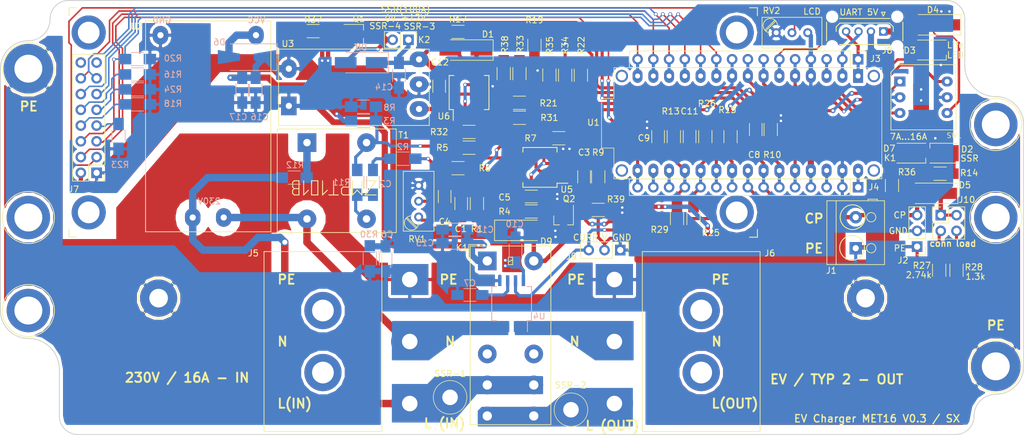
<source format=kicad_pcb>
(kicad_pcb (version 4) (host pcbnew 4.0.7-e2-6376~61~ubuntu18.04.1)
  (title_block (title ev-charger-met16) (date 2018-08-04) (rev v0.3) (company Manfred.Steiner@gmx.at))
  (layers (0 F.Cu signal) (31 B.Cu signal hide) (34 B.Paste user hide) (35 F.Paste user hide) (36 B.SilkS user) (37 F.SilkS user) (38 B.Mask user) (39 F.Mask user) (44 Edge.Cuts user))
  (net 0 "")
  (net 1 -12V)
  (net 2 GND)
  (net 3 +12V)
  (net 4 +5V)
  (net 5 /TxD)
  (net 6 /RxD)
  (net 7 /CP)
  (net 8 /VIN32)
  (net 9 /~RESET30~)
  (net 10 /A7)
  (net 11 /A6)
  (net 12 /A4)
  (net 13 /A3)
  (net 14 /A2)
  (net 15 /A1)
  (net 16 /REF)
  (net 17 /3V3)
  (net 18 /~RESET3~)
  (net 19 "Net-(D1-Pad2)")
  (net 20 "Net-(J7-Pad15)")
  (net 21 "Net-(J7-Pad16)")
  (net 22 /N)
  (net 23 /L)
  (net 24 "Net-(C2-Pad2)")
  (net 25 /NOUT)
  (net 26 "Net-(D2-Pad2)")
  (net 27 "Net-(D3-Pad2)")
  (net 28 /PE)
  (net 29 /A5)
  (net 30 PWM)
  (net 31 LCD4)
  (net 32 LCD5)
  (net 33 LCD6)
  (net 34 LCD7)
  (net 35 LCD-RS)
  (net 36 LCD-E)
  (net 37 LCD-RW)
  (net 38 /LCD2)
  (net 39 /LCD3)
  (net 40 /LCD0)
  (net 41 /LCD1)
  (net 42 /VEE)
  (net 43 /D2)
  (net 44 /D3)
  (net 45 /D4)
  (net 46 /D5)
  (net 47 /A0)
  (net 48 "Net-(D4-Pad2)")
  (net 49 /MVOLT)
  (net 50 /MCURR)
  (net 51 "Net-(J10-Pad3)")
  (net 52 "Net-(J10-Pad4)")
  (net 53 "Net-(D5-Pad1)")
  (net 54 "Net-(D6-Pad2)")
  (net 55 "Net-(C7-Pad2)")
  (net 56 "Net-(R11-Pad1)")
  (net 57 "Net-(R12-Pad1)")
  (net 58 "Net-(C1-Pad1)")
  (net 59 "Net-(C1-Pad2)")
  (net 60 "Net-(C2-Pad1)")
  (net 61 "Net-(C3-Pad2)")
  (net 62 "Net-(C4-Pad1)")
  (net 63 "Net-(C4-Pad2)")
  (net 64 "Net-(R4-Pad1)")
  (net 65 "Net-(R32-Pad2)")
  (net 66 "Net-(R31-Pad2)")
  (net 67 "Net-(R33-Pad2)")
  (net 68 "Net-(D7-Pad2)")
  (net 69 "Net-(D8-Pad2)")
  (net 70 "Net-(D9-Pad2)")
  (net 71 /LOUT)
  (net 72 "Net-(K1-Pad2)")
  (net 73 "Net-(K1-Pad7)")
  (net 74 "Net-(R34-Pad1)")
  (module Relays_THT:Relay_DPDT_Panasonic_JW2 (layer F.Cu) (at 134 97)
    (fp_text reference K1 (at -4.079 -2.131) (layer F.SilkS))
    (fp_text value Omron_G5RL-1-E hide)
    (pad 1 thru_hole rect (at 0 0) (size 3 3) (drill 1.5) (layers *.Cu *.Mask) (net 4 +5V))
    (pad 2 thru_hole oval (at 0 15) (size 3 3) (drill 1.5) (layers *.Cu *.Mask) (net 72 "Net-(K1-Pad2)"))
    (pad 3 thru_hole oval (at 0 20) (size 3 3) (drill 1.5) (layers *.Cu *.Mask) (net 23 /L))
    (pad 4 thru_hole oval (at 0 25) (size 3 3) (drill 1.5) (layers *.Cu *.Mask) (net 71 /LOUT))
    (pad 5 thru_hole oval (at 7.5 25) (size 3 3) (drill 1.5) (layers *.Cu *.Mask) (net 71 /LOUT))
    (pad 6 thru_hole oval (at 7.5 20) (size 3 3) (drill 1.5) (layers *.Cu *.Mask) (net 23 /L))
    (pad 7 thru_hole oval (at 7.5 15) (size 3 3) (drill 1.5) (layers *.Cu *.Mask) (net 73 "Net-(K1-Pad7)"))
    (pad 8 thru_hole oval (at 7.5 0) (size 3 3) (drill 1.5) (layers *.Cu *.Mask) (net 70 "Net-(D9-Pad2)"))
  )
  (module Project:Lusterklemme-PA30P-6mm2-40A-x3-N (layer F.Cu) (at 107.5 110 270)
    (fp_text reference J5 (at -14.242 11.218 360) (layer F.SilkS))
    (fp_text value Lusterklemme-6mm2-40A hide)
    (pad 3 thru_hole oval (at 10 -14 270) (size 5 6) (drill 2.5) (layers *.Cu *.Mask) (net 23 /L))
    (pad 2 thru_hole oval (at 0 -14 270) (size 5 6) (drill 2.5) (layers *.Cu *.Mask) (net 22 /N))
    (pad "" np_thru_hole circle (at 5 0 270) (size 6 6) (drill 3.5) (layers *.Cu *.Mask))
    (pad 1 thru_hole rect (at -10 -14 270) (size 5 6) (drill 2.5) (layers *.Cu *.Mask) (net 28 /PE))
    (pad "" np_thru_hole circle (at -5 0 270) (size 6 6) (drill 3.5) (layers *.Cu *.Mask))
  )
  (module Project:SW_DIP_x3_W7.62mm_PT65-501 (layer F.Cu) (at 200.533 68.072)
    (fp_text reference SW1 (at 8.763 8.6995 180) (layer F.SilkS) (effects (font (size 0.8 0.8) (thickness 0.1))))
    (fp_text value SW_PT65-501 hide)
    (pad 1 thru_hole rect (at 0 0) (size 1.8 1.6) (drill 0.8) (layers *.Cu *.Mask) (net 43 /D2))
    (pad 2 thru_hole oval (at 0 2.54) (size 1.8 1.6) (drill 0.8) (layers *.Cu *.Mask) (net 2 GND))
    (pad 4 thru_hole oval (at 7.62 5.08) (size 1.8 1.6) (drill 0.8) (layers *.Cu *.Mask) (net 44 /D3))
    (pad 3 thru_hole oval (at 0 5.08) (size 1.8 1.6) (drill 0.8) (layers *.Cu *.Mask) (net 45 /D4))
    (pad 5 thru_hole oval (at 7.62 2.54) (size 1.8 1.6) (drill 0.8) (layers *.Cu *.Mask) (net 2 GND))
    (pad 6 thru_hole oval (at 7.62 0) (size 1.8 1.6) (drill 0.8) (layers *.Cu *.Mask) (net 46 /D5))
  )
  (module Resistors_SMD:R_1206_HandSoldering (layer F.Cu) (at 129.286 60.071)
    (fp_text reference R17 (at 0 -2.032) (layer F.SilkS))
    (fp_text value 33k hide)
    (pad 1 smd rect (at -2 0) (size 2 1.7) (layers F.Cu F.Paste F.Mask) (net 3 +12V))
    (pad 2 smd rect (at 2 0) (size 2 1.7) (layers F.Cu F.Paste F.Mask) (net 10 /A7))
  )
  (module Capacitors_SMD:C_1206_HandSoldering (layer F.Cu) (at 166.624 76.962 90)
    (fp_text reference C11 (at 4.096 0 180) (layer F.SilkS))
    (fp_text value 100n hide)
    (pad 1 smd rect (at -2 0 90) (size 2 1.6) (layers F.Cu F.Paste F.Mask) (net 15 /A1))
    (pad 2 smd rect (at 2 0 90) (size 2 1.6) (layers F.Cu F.Paste F.Mask) (net 2 GND))
  )
  (module MyFootprints:M4-8-Copper (layer F.Cu) (at 216 114)
    (fp_text reference REF** hide)
    (fp_text value M4 hide)
    (pad 2 thru_hole circle (at 0 0) (size 8 8) (drill 4.5) (layers *.Cu *.Mask) (net 28 /PE))
  )
  (module Resistors_SMD:R_1206_HandSoldering (layer F.Cu) (at 131.064 78.74)
    (fp_text reference R5 (at -4.318 0) (layer F.SilkS))
    (fp_text value 1k hide)
    (pad 1 smd rect (at -2 0) (size 2 1.7) (layers F.Cu F.Paste F.Mask) (net 65 "Net-(R32-Pad2)"))
    (pad 2 smd rect (at 2 0) (size 2 1.7) (layers F.Cu F.Paste F.Mask) (net 7 /CP))
  )
  (module MyFootprints:M4-8-Copper (layer F.Cu) (at 60 90)
    (fp_text reference REF** hide)
    (fp_text value M4 hide)
    (pad "" np_thru_hole circle (at 0 0) (size 7 7) (drill 4.5) (layers *.Cu *.Mask))
  )
  (module MyFootprints:M4-8-Copper (layer F.Cu) (at 216 90)
    (fp_text reference REF** hide)
    (fp_text value M4 hide)
    (pad "" np_thru_hole circle (at 0 0) (size 7 7) (drill 4.5) (layers *.Cu *.Mask))
  )
  (module MyFootprints:M4-8-Copper (layer F.Cu) (at 60 105)
    (fp_text reference REF** hide)
    (fp_text value M4 hide)
    (pad "" np_thru_hole circle (at 0 0) (size 7 7) (drill 4.5) (layers *.Cu *.Mask))
  )
  (module MyFootprints:M4-8-Copper (layer F.Cu) (at 216 75)
    (fp_text reference REF** hide)
    (fp_text value M4 hide)
    (pad "" np_thru_hole circle (at 0 0) (size 7 7) (drill 4.5) (layers *.Cu *.Mask))
  )
  (module MyFootprints:M4-8-Copper (layer F.Cu) (at 60 66)
    (fp_text reference REF** hide)
    (fp_text value M4 hide)
    (pad 1 thru_hole circle (at 0 0) (size 8 8) (drill 4.5) (layers *.Cu *.Mask) (net 28 /PE))
  )
  (module Resistors_SMD:R_1206_HandSoldering (layer F.Cu) (at 139.192 66.802 90)
    (fp_text reference R33 (at 4.7625 0.127 270) (layer F.SilkS))
    (fp_text value 120k hide)
    (pad 1 smd rect (at -2 0 90) (size 2 1.7) (layers F.Cu F.Paste F.Mask) (net 7 /CP))
    (pad 2 smd rect (at 2 0 90) (size 2 1.7) (layers F.Cu F.Paste F.Mask) (net 67 "Net-(R33-Pad2)"))
  )
  (module Resistors_SMD:R_1206_HandSoldering (layer F.Cu) (at 136.652 66.802 270)
    (fp_text reference R38 (at -4.699 -0.1905 450) (layer F.SilkS))
    (fp_text value 10k hide)
    (pad 1 smd rect (at -2 0 270) (size 2 1.7) (layers F.Cu F.Paste F.Mask) (net 67 "Net-(R33-Pad2)"))
    (pad 2 smd rect (at 2 0 270) (size 2 1.7) (layers F.Cu F.Paste F.Mask) (net 2 GND))
  )
  (module Resistors_SMD:R_1206_HandSoldering (layer F.Cu) (at 179.705 75.819 90)
    (fp_text reference R10 (at -4.064 0.254 180) (layer F.SilkS))
    (fp_text value 100M hide)
    (pad 1 smd rect (at -2 0 90) (size 2 1.7) (layers F.Cu F.Paste F.Mask) (net 11 /A6))
    (pad 2 smd rect (at 2 0 90) (size 2 1.7) (layers F.Cu F.Paste F.Mask) (net 2 GND))
  )
  (module MyFootprints:LCD-Sure-shifted-064 (layer F.Cu) (at 71 82.373)
    (fp_text reference J7 (at -3.691 3.082) (layer F.SilkS))
    (fp_text value LCD-Sure hide)
    (pad "" np_thru_hole oval (at 103.23 -22.2) (size 5.5 5.5) (drill 3.5) (layers *.Cu *.Mask))
    (pad "" np_thru_hole oval (at 103.23 6.8) (size 5.5 5.5) (drill 3.5) (layers *.Cu *.Mask))
    (pad "" np_thru_hole oval (at -1.27 6.8) (size 5.5 5.5) (drill 3.5) (layers *.Cu *.Mask))
    (pad 15 thru_hole oval (at 0 -17.36) (size 1.7 1.7) (drill 1) (layers *.Cu *.Mask) (net 20 "Net-(J7-Pad15)"))
    (pad 16 thru_hole oval (at -2.54 -17.36) (size 1.7 1.7) (drill 1) (layers *.Cu *.Mask) (net 21 "Net-(J7-Pad16)"))
    (pad 13 thru_hole oval (at 0 -14.82) (size 1.7 1.7) (drill 1) (layers *.Cu *.Mask) (net 33 LCD6))
    (pad 14 thru_hole oval (at -2.54 -14.82) (size 1.7 1.7) (drill 1) (layers *.Cu *.Mask) (net 34 LCD7))
    (pad 11 thru_hole oval (at 0 -12.28) (size 1.7 1.7) (drill 1) (layers *.Cu *.Mask) (net 31 LCD4))
    (pad 12 thru_hole oval (at -2.54 -12.28) (size 1.7 1.7) (drill 1) (layers *.Cu *.Mask) (net 32 LCD5))
    (pad 9 thru_hole oval (at 0 -9.74) (size 1.7 1.7) (drill 1) (layers *.Cu *.Mask) (net 38 /LCD2))
    (pad 10 thru_hole oval (at -2.54 -9.74) (size 1.7 1.7) (drill 1) (layers *.Cu *.Mask) (net 39 /LCD3))
    (pad 7 thru_hole oval (at 0 -7.2) (size 1.7 1.7) (drill 1) (layers *.Cu *.Mask) (net 40 /LCD0))
    (pad 8 thru_hole oval (at -2.54 -7.2) (size 1.7 1.7) (drill 1) (layers *.Cu *.Mask) (net 41 /LCD1))
    (pad 5 thru_hole oval (at 0 -4.66) (size 1.7 1.7) (drill 1) (layers *.Cu *.Mask) (net 37 LCD-RW))
    (pad 6 thru_hole oval (at -2.54 -4.66) (size 1.7 1.7) (drill 1) (layers *.Cu *.Mask) (net 36 LCD-E))
    (pad 3 thru_hole oval (at 0 -2.12) (size 1.7 1.7) (drill 1) (layers *.Cu *.Mask) (net 42 /VEE))
    (pad 4 thru_hole oval (at -2.54 -2.12) (size 1.7 1.7) (drill 1) (layers *.Cu *.Mask) (net 35 LCD-RS))
    (pad 1 thru_hole rect (at 0 0.42) (size 1.7 1.7) (drill 1) (layers *.Cu *.Mask) (net 2 GND))
    (pad 2 thru_hole oval (at -2.54 0.42) (size 1.7 1.7) (drill 1) (layers *.Cu *.Mask) (net 4 +5V))
    (pad "" np_thru_hole oval (at -1.27 -22.2) (size 5.5 5.5) (drill 3.5) (layers *.Cu *.Mask))
  )
  (module Resistors_SMD:R_1206_HandSoldering (layer B.Cu) (at 115.062 96.647 90)
    (fp_text reference R30 (at 3.937 -0.127 180) (layer B.SilkS) (effects (justify mirror)))
    (fp_text value 0R hide)
    (pad 1 smd rect (at -2 0 90) (size 2 1.7) (layers B.Cu B.Paste B.Mask) (net 28 /PE))
    (pad 2 smd rect (at 2 0 90) (size 2 1.7) (layers B.Cu B.Paste B.Mask) (net 2 GND))
  )
  (module Capacitors_SMD:C_1206_HandSoldering (layer B.Cu) (at 131.191 102.489)
    (fp_text reference C7 (at 0 -1.905 180) (layer B.SilkS) (effects (justify mirror)))
    (fp_text value 1n hide)
    (pad 1 smd rect (at -2 0) (size 2 1.6) (layers B.Cu B.Paste B.Mask) (net 2 GND))
    (pad 2 smd rect (at 2 0) (size 2 1.6) (layers B.Cu B.Paste B.Mask) (net 55 "Net-(C7-Pad2)"))
  )
  (module Capacitors_SMD:C_1206_HandSoldering (layer B.Cu) (at 138.557 95.25 270)
    (fp_text reference C10 (at -4.191 0.127 360) (layer B.SilkS) (effects (justify mirror)))
    (fp_text value 100n hide)
    (pad 1 smd rect (at -2 0 270) (size 2 1.6) (layers B.Cu B.Paste B.Mask) (net 2 GND))
    (pad 2 smd rect (at 2 0 270) (size 2 1.6) (layers B.Cu B.Paste B.Mask) (net 4 +5V))
  )
  (module Capacitors_SMD:C_1206_HandSoldering (layer F.Cu) (at 161.544 76.962 90)
    (fp_text reference C9 (at -0.222 -2.286 180) (layer F.SilkS))
    (fp_text value 100n hide)
    (pad 1 smd rect (at -2 0 90) (size 2 1.6) (layers F.Cu F.Paste F.Mask) (net 47 /A0))
    (pad 2 smd rect (at 2 0 90) (size 2 1.6) (layers F.Cu F.Paste F.Mask) (net 2 GND))
  )
  (module Resistors_SMD:R_1206_HandSoldering (layer F.Cu) (at 164.592 90.17 90)
    (fp_text reference R29 (at -1.778 -2.794 180) (layer F.SilkS))
    (fp_text value 47k hide)
    (pad 1 smd rect (at -2 0 90) (size 2 1.7) (layers F.Cu F.Paste F.Mask) (net 50 /MCURR))
    (pad 2 smd rect (at 2 0 90) (size 2 1.7) (layers F.Cu F.Paste F.Mask) (net 47 /A0))
  )
  (module Resistors_SMD:R_1206_HandSoldering (layer F.Cu) (at 164.084 76.962 90)
    (fp_text reference R13 (at 4.096 -0.508 360) (layer F.SilkS))
    (fp_text value 1k hide)
    (pad 1 smd rect (at -2 0 90) (size 2 1.7) (layers F.Cu F.Paste F.Mask) (net 47 /A0))
    (pad 2 smd rect (at 2 0 90) (size 2 1.7) (layers F.Cu F.Paste F.Mask) (net 2 GND))
  )
  (module Housings_SOIC:SO-8_5.3x6.2mm_Pitch1.27mm (layer B.Cu) (at 137.922 103.886 90)
    (fp_text reference U4 (at -2.032 4.445 360) (layer B.SilkS) (effects (justify mirror)))
    (fp_text value ACS712 hide)
    (pad 1 smd rect (at -3.7 1.905 90) (size 1.75 0.55) (layers B.Cu B.Paste B.Mask) (net 25 /NOUT) (clearance 0.1))
    (pad 2 smd rect (at -3.7 0.635 90) (size 1.75 0.55) (layers B.Cu B.Paste B.Mask) (net 25 /NOUT) (clearance 0.1))
    (pad 3 smd rect (at -3.7 -0.635 90) (size 1.75 0.55) (layers B.Cu B.Paste B.Mask) (net 22 /N) (clearance 0.1))
    (pad 4 smd rect (at -3.7 -1.905 90) (size 1.75 0.55) (layers B.Cu B.Paste B.Mask) (net 22 /N) (clearance 0.1))
    (pad 5 smd rect (at 3.7 -1.905 90) (size 1.75 0.55) (layers B.Cu B.Paste B.Mask) (net 2 GND))
    (pad 6 smd rect (at 3.7 -0.635 90) (size 1.75 0.55) (layers B.Cu B.Paste B.Mask) (net 55 "Net-(C7-Pad2)"))
    (pad 7 smd rect (at 3.7 0.635 90) (size 1.75 0.55) (layers B.Cu B.Paste B.Mask) (net 50 /MCURR))
    (pad 8 smd rect (at 3.7 1.905 90) (size 1.75 0.55) (layers B.Cu B.Paste B.Mask) (net 4 +5V))
  )
  (module LEDs:LED_PLCC-2 (layer F.Cu) (at 207.772 79.629)
    (fp_text reference D2 (at 3.6195 -0.635) (layer F.SilkS))
    (fp_text value rot hide)
    (pad 1 smd rect (at -1.5 0) (size 1.5 2.6) (layers F.Cu F.Paste F.Mask) (net 2 GND))
    (pad 2 smd rect (at 1.5 0) (size 1.5 2.6) (layers F.Cu F.Paste F.Mask) (net 26 "Net-(D2-Pad2)"))
  )
  (module LEDs:LED_PLCC-2 (layer F.Cu) (at 205.613 62.992 180)
    (fp_text reference D3 (at 3.4925 -0.0635 180) (layer F.SilkS))
    (fp_text value grün hide)
    (pad 1 smd rect (at -1.5 0 180) (size 1.5 2.6) (layers F.Cu F.Paste F.Mask) (net 2 GND))
    (pad 2 smd rect (at 1.5 0 180) (size 1.5 2.6) (layers F.Cu F.Paste F.Mask) (net 27 "Net-(D3-Pad2)"))
  )
  (module Resistors_SMD:R_1206_HandSoldering (layer F.Cu) (at 207.01 82.931 180)
    (fp_text reference R14 (at -4.699 0.127 360) (layer F.SilkS))
    (fp_text value 560R hide)
    (pad 1 smd rect (at -2 0 180) (size 2 1.7) (layers F.Cu F.Paste F.Mask) (net 26 "Net-(D2-Pad2)"))
    (pad 2 smd rect (at 2 0 180) (size 2 1.7) (layers F.Cu F.Paste F.Mask) (net 29 /A5))
  )
  (module Resistors_SMD:R_1206_HandSoldering (layer F.Cu) (at 173.228 76.962 270)
    (fp_text reference R15 (at -4.318 0.508 360) (layer F.SilkS))
    (fp_text value 560R hide)
    (pad 1 smd rect (at -2 0 270) (size 2 1.7) (layers F.Cu F.Paste F.Mask) (net 27 "Net-(D3-Pad2)"))
    (pad 2 smd rect (at 2 0 270) (size 2 1.7) (layers F.Cu F.Paste F.Mask) (net 13 /A3))
  )
  (module Resistors_SMD:R_1206_HandSoldering (layer B.Cu) (at 77.597 66.929 180)
    (fp_text reference R16 (at -5.715 0 180) (layer B.SilkS) (effects (justify mirror)))
    (fp_text value 47k hide)
    (pad 1 smd rect (at -2 0 180) (size 2 1.7) (layers B.Cu B.Paste B.Mask) (net 2 GND))
    (pad 2 smd rect (at 2 0 180) (size 2 1.7) (layers B.Cu B.Paste B.Mask) (net 39 /LCD3))
  )
  (module Resistors_SMD:R_1206_HandSoldering (layer B.Cu) (at 77.597 71.755 180)
    (fp_text reference R18 (at -5.715 0.127 180) (layer B.SilkS) (effects (justify mirror)))
    (fp_text value 47k hide)
    (pad 1 smd rect (at -2 0 180) (size 2 1.7) (layers B.Cu B.Paste B.Mask) (net 2 GND))
    (pad 2 smd rect (at 2 0 180) (size 2 1.7) (layers B.Cu B.Paste B.Mask) (net 41 /LCD1))
  )
  (module Resistors_SMD:R_1206_HandSoldering (layer F.Cu) (at 141.605 62.23 270)
    (fp_text reference R19 (at -4.064 0 360) (layer F.SilkS))
    (fp_text value 2k2 hide)
    (pad 1 smd rect (at -2 0 270) (size 2 1.7) (layers F.Cu F.Paste F.Mask) (net 10 /A7))
    (pad 2 smd rect (at 2 0 270) (size 2 1.7) (layers F.Cu F.Paste F.Mask) (net 2 GND))
  )
  (module Resistors_SMD:R_1206_HandSoldering (layer B.Cu) (at 77.597 64.4525)
    (fp_text reference R20 (at 5.715 -0.127) (layer B.SilkS) (effects (justify mirror)))
    (fp_text value 100k hide)
    (pad 1 smd rect (at -2 0) (size 2 1.7) (layers B.Cu B.Paste B.Mask) (net 36 LCD-E))
    (pad 2 smd rect (at 2 0) (size 2 1.7) (layers B.Cu B.Paste B.Mask) (net 2 GND))
  )
  (module Resistors_SMD:R_1206_HandSoldering (layer F.Cu) (at 139.192 71.501)
    (fp_text reference R21 (at 4.699 0.0635) (layer F.SilkS))
    (fp_text value 27k hide)
    (pad 1 smd rect (at -2 0) (size 2 1.7) (layers F.Cu F.Paste F.Mask) (net 1 -12V))
    (pad 2 smd rect (at 2 0) (size 2 1.7) (layers F.Cu F.Paste F.Mask) (net 14 /A2))
  )
  (module Resistors_SMD:R_1206_HandSoldering (layer F.Cu) (at 149.098 67.056 270)
    (fp_text reference R22 (at -4.826 -0.0635 270) (layer F.SilkS))
    (fp_text value 10k hide)
    (pad 1 smd rect (at -2 0 270) (size 2 1.7) (layers F.Cu F.Paste F.Mask) (net 4 +5V))
    (pad 2 smd rect (at 2 0 270) (size 2 1.7) (layers F.Cu F.Paste F.Mask) (net 14 /A2))
  )
  (module Resistors_SMD:R_1206_HandSoldering (layer B.Cu) (at 74.538 76.916 90)
    (fp_text reference R23 (at -4.572 0.254 180) (layer B.SilkS) (effects (justify mirror)))
    (fp_text value 47k hide)
    (pad 1 smd rect (at -2 0 90) (size 2 1.7) (layers B.Cu B.Paste B.Mask) (net 2 GND))
    (pad 2 smd rect (at 2 0 90) (size 2 1.7) (layers B.Cu B.Paste B.Mask) (net 40 /LCD0))
  )
  (module Resistors_SMD:R_1206_HandSoldering (layer B.Cu) (at 77.597 69.342 180)
    (fp_text reference R24 (at -5.715 0 180) (layer B.SilkS) (effects (justify mirror)))
    (fp_text value 47k hide)
    (pad 1 smd rect (at -2 0 180) (size 2 1.7) (layers B.Cu B.Paste B.Mask) (net 2 GND))
    (pad 2 smd rect (at 2 0 180) (size 2 1.7) (layers B.Cu B.Paste B.Mask) (net 38 /LCD2))
  )
  (module Resistors_SMD:R_1206_HandSoldering (layer F.Cu) (at 167.259 90.17 90)
    (fp_text reference R25 (at -2.286 2.794 360) (layer F.SilkS))
    (fp_text value 3k3 hide)
    (pad 1 smd rect (at -2 0 90) (size 2 1.7) (layers F.Cu F.Paste F.Mask) (net 49 /MVOLT))
    (pad 2 smd rect (at 2 0 90) (size 2 1.7) (layers F.Cu F.Paste F.Mask) (net 15 /A1))
  )
  (module Resistors_SMD:R_1206_HandSoldering (layer F.Cu) (at 169.164 76.962 90)
    (fp_text reference R26 (at 5.334 0.254 180) (layer F.SilkS))
    (fp_text value 1k hide)
    (pad 1 smd rect (at -2 0 90) (size 2 1.7) (layers F.Cu F.Paste F.Mask) (net 15 /A1))
    (pad 2 smd rect (at 2 0 90) (size 2 1.7) (layers F.Cu F.Paste F.Mask) (net 2 GND))
  )
  (module MyFootprints:M3 (layer F.Cu) (at 81 103)
    (fp_text reference REF** hide)
    (fp_text value M3 hide)
    (pad "" thru_hole circle (at 0 0) (size 6 6) (drill 3) (layers *.Cu *.Mask) (net 28 /PE))
  )
  (module MyFootprints:M3 (layer F.Cu) (at 195 103)
    (fp_text reference REF** hide)
    (fp_text value M3 hide)
    (pad "" thru_hole circle (at 0 0) (size 6 6) (drill 3) (layers *.Cu *.Mask) (net 28 /PE))
  )
  (module Pin_Headers:Pin_Header_Straight_1x15_Pitch2.54mm (layer F.Cu) (at 193.8 64.48 270)
    (fp_text reference J3 (at -0.091 -2.796 360) (layer F.SilkS))
    (fp_text value Conn_01x15 hide)
    (pad 1 thru_hole rect (at 0 0 270) (size 1.7 1.7) (drill 1) (layers *.Cu *.Mask) (net 5 /TxD))
    (pad 2 thru_hole oval (at 0 2.54 270) (size 1.7 1.7) (drill 1) (layers *.Cu *.Mask) (net 6 /RxD))
    (pad 3 thru_hole oval (at 0 5.08 270) (size 1.7 1.7) (drill 1) (layers *.Cu *.Mask) (net 18 /~RESET3~))
    (pad 4 thru_hole oval (at 0 7.62 270) (size 1.7 1.7) (drill 1) (layers *.Cu *.Mask) (net 2 GND))
    (pad 5 thru_hole oval (at 0 10.16 270) (size 1.7 1.7) (drill 1) (layers *.Cu *.Mask) (net 43 /D2))
    (pad 6 thru_hole oval (at 0 12.7 270) (size 1.7 1.7) (drill 1) (layers *.Cu *.Mask) (net 44 /D3))
    (pad 7 thru_hole oval (at 0 15.24 270) (size 1.7 1.7) (drill 1) (layers *.Cu *.Mask) (net 45 /D4))
    (pad 8 thru_hole oval (at 0 17.78 270) (size 1.7 1.7) (drill 1) (layers *.Cu *.Mask) (net 46 /D5))
    (pad 9 thru_hole oval (at 0 20.32 270) (size 1.7 1.7) (drill 1) (layers *.Cu *.Mask) (net 30 PWM))
    (pad 10 thru_hole oval (at 0 22.86 270) (size 1.7 1.7) (drill 1) (layers *.Cu *.Mask) (net 36 LCD-E))
    (pad 11 thru_hole oval (at 0 25.4 270) (size 1.7 1.7) (drill 1) (layers *.Cu *.Mask) (net 31 LCD4))
    (pad 12 thru_hole oval (at 0 27.94 270) (size 1.7 1.7) (drill 1) (layers *.Cu *.Mask) (net 32 LCD5))
    (pad 13 thru_hole oval (at 0 30.48 270) (size 1.7 1.7) (drill 1) (layers *.Cu *.Mask) (net 33 LCD6))
    (pad 14 thru_hole oval (at 0 33.02 270) (size 1.7 1.7) (drill 1) (layers *.Cu *.Mask) (net 34 LCD7))
    (pad 15 thru_hole oval (at 0 35.56 270) (size 1.7 1.7) (drill 1) (layers *.Cu *.Mask) (net 37 LCD-RW))
  )
  (module Pin_Headers:Pin_Header_Straight_1x15_Pitch2.54mm (layer F.Cu) (at 193.8 85.12 270)
    (fp_text reference J4 (at -0.03 -2.542 360) (layer F.SilkS))
    (fp_text value Conn_01x15 hide)
    (pad 1 thru_hole rect (at 0 0 270) (size 1.7 1.7) (drill 1) (layers *.Cu *.Mask) (net 8 /VIN32))
    (pad 2 thru_hole oval (at 0 2.54 270) (size 1.7 1.7) (drill 1) (layers *.Cu *.Mask) (net 2 GND))
    (pad 3 thru_hole oval (at 0 5.08 270) (size 1.7 1.7) (drill 1) (layers *.Cu *.Mask) (net 9 /~RESET30~))
    (pad 4 thru_hole oval (at 0 7.62 270) (size 1.7 1.7) (drill 1) (layers *.Cu *.Mask) (net 4 +5V))
    (pad 5 thru_hole oval (at 0 10.16 270) (size 1.7 1.7) (drill 1) (layers *.Cu *.Mask) (net 10 /A7))
    (pad 6 thru_hole oval (at 0 12.7 270) (size 1.7 1.7) (drill 1) (layers *.Cu *.Mask) (net 11 /A6))
    (pad 7 thru_hole oval (at 0 15.24 270) (size 1.7 1.7) (drill 1) (layers *.Cu *.Mask) (net 29 /A5))
    (pad 8 thru_hole oval (at 0 17.78 270) (size 1.7 1.7) (drill 1) (layers *.Cu *.Mask) (net 12 /A4))
    (pad 9 thru_hole oval (at 0 20.32 270) (size 1.7 1.7) (drill 1) (layers *.Cu *.Mask) (net 13 /A3))
    (pad 10 thru_hole oval (at 0 22.86 270) (size 1.7 1.7) (drill 1) (layers *.Cu *.Mask) (net 14 /A2))
    (pad 11 thru_hole oval (at 0 25.4 270) (size 1.7 1.7) (drill 1) (layers *.Cu *.Mask) (net 15 /A1))
    (pad 12 thru_hole oval (at 0 27.94 270) (size 1.7 1.7) (drill 1) (layers *.Cu *.Mask) (net 47 /A0))
    (pad 13 thru_hole oval (at 0 30.48 270) (size 1.7 1.7) (drill 1) (layers *.Cu *.Mask) (net 16 /REF))
    (pad 14 thru_hole oval (at 0 33.02 270) (size 1.7 1.7) (drill 1) (layers *.Cu *.Mask) (net 17 /3V3))
    (pad 15 thru_hole oval (at 0 35.56 270) (size 1.7 1.7) (drill 1) (layers *.Cu *.Mask) (net 35 LCD-RS))
  )
  (module Connectors_Harwin:Harwin_LTek-Male_04x2.00mm_Straight_StrainRelief (layer F.Cu) (at 197.866 60 180)
    (fp_text reference J8 (at -0.635 -3.0555 180) (layer F.SilkS))
    (fp_text value UART-Harwin4 hide)
    (pad 1 thru_hole rect (at 0 0 180) (size 1.35 1.35) (drill 0.8) (layers *.Cu *.Mask) (net 48 "Net-(D4-Pad2)"))
    (pad 2 thru_hole circle (at 2 0 180) (size 1.35 1.35) (drill 0.8) (layers *.Cu *.Mask) (net 2 GND))
    (pad 3 thru_hole circle (at 4 0 180) (size 1.35 1.35) (drill 0.8) (layers *.Cu *.Mask) (net 6 /RxD))
    (pad 4 thru_hole circle (at 6 0 180) (size 1.35 1.35) (drill 0.8) (layers *.Cu *.Mask) (net 5 /TxD))
    (pad "" np_thru_hole circle (at -2.25 -2.375 180) (size 0.95 0.95) (drill 0.95) (layers *.Cu *.Mask))
    (pad "" np_thru_hole circle (at -2.25 2.375 180) (size 0.95 0.95) (drill 0.95) (layers *.Cu *.Mask))
    (pad "" np_thru_hole circle (at 8.25 -2.375 180) (size 0.95 0.95) (drill 0.95) (layers *.Cu *.Mask))
    (pad "" np_thru_hole circle (at 8.25 2.375 180) (size 0.95 0.95) (drill 0.95) (layers *.Cu *.Mask))
  )
  (module Capacitors_SMD:C_1206_HandSoldering (layer B.Cu) (at 117.602 96.647 90)
    (fp_text reference C6 (at 3.937 0.254 360) (layer B.SilkS) (effects (justify mirror)))
    (fp_text value 100n hide)
    (pad 1 smd rect (at -2 0 90) (size 2 1.6) (layers B.Cu B.Paste B.Mask) (net 28 /PE))
    (pad 2 smd rect (at 2 0 90) (size 2 1.6) (layers B.Cu B.Paste B.Mask) (net 2 GND))
  )
  (module Pin_Headers:Pin_Header_Straight_1x03_Pitch2.54mm (layer F.Cu) (at 203.316 94.696 180)
    (fp_text reference J2 (at 2.275 -2.205 180) (layer F.SilkS))
    (fp_text value Conn_01x03 hide)
    (pad 1 thru_hole rect (at 0 0 180) (size 1.7 1.7) (drill 1) (layers *.Cu *.Mask) (net 28 /PE) (clearance 0.6))
    (pad 2 thru_hole oval (at 0 2.54 180) (size 1.7 1.7) (drill 1) (layers *.Cu *.Mask) (net 2 GND))
    (pad 3 thru_hole oval (at 0 5.08 180) (size 1.7 1.7) (drill 1) (layers *.Cu *.Mask) (net 7 /CP))
  )
  (module Pin_Headers:Pin_Header_Straight_1x03_Pitch2.54mm (layer F.Cu) (at 155.448 95.25 270)
    (fp_text reference J9 (at 1.016 7.874 360) (layer F.SilkS))
    (fp_text value Conn_01x03 hide)
    (pad 1 thru_hole rect (at 0 0 270) (size 1.7 1.7) (drill 1) (layers *.Cu *.Mask) (net 2 GND))
    (pad 2 thru_hole oval (at 0 2.54 270) (size 1.7 1.7) (drill 1) (layers *.Cu *.Mask) (net 49 /MVOLT))
    (pad 3 thru_hole oval (at 0 5.08 270) (size 1.7 1.7) (drill 1) (layers *.Cu *.Mask) (net 50 /MCURR))
  )
  (module Pin_Headers:Pin_Header_Straight_2x02_Pitch2.54mm (layer F.Cu) (at 207.126 89.616)
    (fp_text reference J10 (at 4.202 -2.494) (layer F.SilkS))
    (fp_text value Conn_02x02_Counter_Clockwise hide)
    (pad 1 thru_hole rect (at 0 0) (size 1.7 1.7) (drill 1) (layers *.Cu *.Mask) (net 53 "Net-(D5-Pad1)"))
    (pad 2 thru_hole oval (at 2.54 0) (size 1.7 1.7) (drill 1) (layers *.Cu *.Mask) (net 53 "Net-(D5-Pad1)"))
    (pad 3 thru_hole oval (at 0 2.54) (size 1.7 1.7) (drill 1) (layers *.Cu *.Mask) (net 51 "Net-(J10-Pad3)"))
    (pad 4 thru_hole oval (at 2.54 2.54) (size 1.7 1.7) (drill 1) (layers *.Cu *.Mask) (net 52 "Net-(J10-Pad4)"))
  )
  (module Resistors_SMD:R_1206_HandSoldering (layer F.Cu) (at 206.872 98.506 270)
    (fp_text reference R27 (at -0.762 2.794 360) (layer F.SilkS))
    (fp_text value 2.74k (at 0.762 3.302 360) (layer F.SilkS))
    (pad 1 smd rect (at -2 0 270) (size 2 1.7) (layers F.Cu F.Paste F.Mask) (net 51 "Net-(J10-Pad3)"))
    (pad 2 smd rect (at 2 0 270) (size 2 1.7) (layers F.Cu F.Paste F.Mask) (net 28 /PE))
  )
  (module Resistors_SMD:R_1206_HandSoldering (layer F.Cu) (at 209.666 98.506 270)
    (fp_text reference R28 (at -0.508 -2.794 360) (layer F.SilkS))
    (fp_text value 1.3k (at 1.016 -3.048 360) (layer F.SilkS))
    (pad 1 smd rect (at -2 0 270) (size 2 1.7) (layers F.Cu F.Paste F.Mask) (net 52 "Net-(J10-Pad4)"))
    (pad 2 smd rect (at 2 0 270) (size 2 1.7) (layers F.Cu F.Paste F.Mask) (net 28 /PE))
  )
  (module Diodes_SMD:D_SMA-SMB_Universal_Handsoldering (layer B.Cu) (at 95.25 64.135 180)
    (fp_text reference D6 (at 4.445 2.413 360) (layer B.SilkS) (effects (justify mirror)))
    (fp_text value D_Schottky hide)
    (pad 1 smd trapezoid (at -2.9 0 180) (size 3.6 1.7) (rect_delta 0.6 0) (layers B.Cu B.Paste B.Mask) (net 4 +5V))
    (pad 2 smd trapezoid (at 2.9 0) (size 3.6 1.7) (rect_delta 0.6 0) (layers B.Cu B.Paste B.Mask) (net 54 "Net-(D6-Pad2)"))
  )
  (module Capacitors_SMD:C_1206_HandSoldering (layer B.Cu) (at 115.57 84.328 270)
    (fp_text reference C2 (at 0.254 -2.032 360) (layer B.SilkS) (effects (justify mirror)))
    (fp_text value 1uF hide)
    (pad 1 smd rect (at -2 0 270) (size 2 1.6) (layers B.Cu B.Paste B.Mask) (net 60 "Net-(C2-Pad1)"))
    (pad 2 smd rect (at 2 0 270) (size 2 1.6) (layers B.Cu B.Paste B.Mask) (net 24 "Net-(C2-Pad2)"))
  )
  (module Capacitors_SMD:C_1206_HandSoldering (layer F.Cu) (at 129.794 87.757 90)
    (fp_text reference C1 (at -4.064 -0.0635 180) (layer F.SilkS))
    (fp_text value 1nF hide)
    (pad 1 smd rect (at -2 0 90) (size 2 1.6) (layers F.Cu F.Paste F.Mask) (net 58 "Net-(C1-Pad1)"))
    (pad 2 smd rect (at 2 0 90) (size 2 1.6) (layers F.Cu F.Paste F.Mask) (net 59 "Net-(C1-Pad2)"))
  )
  (module Capacitors_SMD:C_1206_HandSoldering (layer F.Cu) (at 127.127 86.614 270)
    (fp_text reference C4 (at 4.064 0 360) (layer F.SilkS))
    (fp_text value 1uF hide)
    (pad 1 smd rect (at -2 0 270) (size 2 1.6) (layers F.Cu F.Paste F.Mask) (net 62 "Net-(C4-Pad1)"))
    (pad 2 smd rect (at 2 0 270) (size 2 1.6) (layers F.Cu F.Paste F.Mask) (net 63 "Net-(C4-Pad2)"))
  )
  (module Capacitors_SMD:C_1206_HandSoldering (layer F.Cu) (at 149.606 83.439 90)
    (fp_text reference C3 (at 3.937 0 360) (layer F.SilkS))
    (fp_text value 1nF hide)
    (pad 1 smd rect (at -2 0 90) (size 2 1.6) (layers F.Cu F.Paste F.Mask) (net 49 /MVOLT))
    (pad 2 smd rect (at 2 0 90) (size 2 1.6) (layers F.Cu F.Paste F.Mask) (net 61 "Net-(C3-Pad2)"))
  )
  (module Capacitors_SMD:C_1206_HandSoldering (layer F.Cu) (at 141.097 86.614)
    (fp_text reference C5 (at -4.318 0.127 180) (layer F.SilkS))
    (fp_text value 22nF hide)
    (pad 1 smd rect (at -2 0) (size 2 1.6) (layers F.Cu F.Paste F.Mask) (net 4 +5V))
    (pad 2 smd rect (at 2 0) (size 2 1.6) (layers F.Cu F.Paste F.Mask) (net 2 GND))
  )
  (module Resistors_SMD:R_1206_HandSoldering (layer B.Cu) (at 102.87 83.566 180)
    (fp_text reference R12 (at -0.127 2.032 180) (layer B.SilkS) (effects (justify mirror)))
    (fp_text value 820k hide)
    (pad 1 smd rect (at -2 0 180) (size 2 1.7) (layers B.Cu B.Paste B.Mask) (net 57 "Net-(R12-Pad1)"))
    (pad 2 smd rect (at 2 0 180) (size 2 1.7) (layers B.Cu B.Paste B.Mask) (net 23 /L))
  )
  (module Resistors_SMD:R_1206_HandSoldering (layer B.Cu) (at 113.03 84.328 270)
    (fp_text reference R11 (at 0 2.54 360) (layer B.SilkS) (effects (justify mirror)))
    (fp_text value 100 hide)
    (pad 1 smd rect (at -2 0 270) (size 2 1.7) (layers B.Cu B.Paste B.Mask) (net 56 "Net-(R11-Pad1)"))
    (pad 2 smd rect (at 2 0 270) (size 2 1.7) (layers B.Cu B.Paste B.Mask) (net 24 "Net-(C2-Pad2)"))
  )
  (module Resistors_SMD:R_1206_HandSoldering (layer B.Cu) (at 120.396 80.518 180)
    (fp_text reference R2 (at 0 1.905 180) (layer B.SilkS) (effects (justify mirror)))
    (fp_text value 10k hide)
    (pad 1 smd rect (at -2 0 180) (size 2 1.7) (layers B.Cu B.Paste B.Mask) (net 59 "Net-(C1-Pad2)"))
    (pad 2 smd rect (at 2 0 180) (size 2 1.7) (layers B.Cu B.Paste B.Mask) (net 60 "Net-(C2-Pad1)"))
  )
  (module Resistors_SMD:R_1206_HandSoldering (layer B.Cu) (at 114.046 74.422 180)
    (fp_text reference R3 (at -4.191 0 180) (layer B.SilkS) (effects (justify mirror)))
    (fp_text value 10k hide)
    (pad 1 smd rect (at -2 0 180) (size 2 1.7) (layers B.Cu B.Paste B.Mask) (net 56 "Net-(R11-Pad1)"))
    (pad 2 smd rect (at 2 0 180) (size 2 1.7) (layers B.Cu B.Paste B.Mask) (net 4 +5V))
  )
  (module Resistors_SMD:R_1206_HandSoldering (layer B.Cu) (at 114.046 72.136)
    (fp_text reference R8 (at 4.191 0.127) (layer B.SilkS) (effects (justify mirror)))
    (fp_text value 10k hide)
    (pad 1 smd rect (at -2 0) (size 2 1.7) (layers B.Cu B.Paste B.Mask) (net 2 GND))
    (pad 2 smd rect (at 2 0) (size 2 1.7) (layers B.Cu B.Paste B.Mask) (net 56 "Net-(R11-Pad1)"))
  )
  (module Resistors_SMD:R_1206_HandSoldering (layer F.Cu) (at 132.334 87.757 90)
    (fp_text reference R1 (at -4.064 0 180) (layer F.SilkS))
    (fp_text value 100k hide)
    (pad 1 smd rect (at -2 0 90) (size 2 1.7) (layers F.Cu F.Paste F.Mask) (net 58 "Net-(C1-Pad1)"))
    (pad 2 smd rect (at 2 0 90) (size 2 1.7) (layers F.Cu F.Paste F.Mask) (net 59 "Net-(C1-Pad2)"))
  )
  (module Resistors_SMD:R_1206_HandSoldering (layer F.Cu) (at 141.097 89.027 180)
    (fp_text reference R4 (at 4.318 0 360) (layer F.SilkS))
    (fp_text value 10k hide)
    (pad 1 smd rect (at -2 0 180) (size 2 1.7) (layers F.Cu F.Paste F.Mask) (net 64 "Net-(R4-Pad1)"))
    (pad 2 smd rect (at 2 0 180) (size 2 1.7) (layers F.Cu F.Paste F.Mask) (net 4 +5V))
  )
  (module Resistors_SMD:R_1206_HandSoldering (layer F.Cu) (at 145.542 77.216 180)
    (fp_text reference R7 (at 4.572 0 180) (layer F.SilkS))
    (fp_text value 10k hide)
    (pad 1 smd rect (at -2 0 180) (size 2 1.7) (layers F.Cu F.Paste F.Mask) (net 2 GND))
    (pad 2 smd rect (at 2 0 180) (size 2 1.7) (layers F.Cu F.Paste F.Mask) (net 64 "Net-(R4-Pad1)"))
  )
  (module Resistors_SMD:R_1206_HandSoldering (layer F.Cu) (at 129.286 82.042 180)
    (fp_text reference R6 (at -4.318 0 180) (layer F.SilkS))
    (fp_text value 10k hide)
    (pad 1 smd rect (at -2 0 180) (size 2 1.7) (layers F.Cu F.Paste F.Mask) (net 61 "Net-(C3-Pad2)"))
    (pad 2 smd rect (at 2 0 180) (size 2 1.7) (layers F.Cu F.Paste F.Mask) (net 62 "Net-(C4-Pad1)"))
  )
  (module Resistors_SMD:R_1206_HandSoldering (layer F.Cu) (at 151.892 83.439 90)
    (fp_text reference R9 (at 3.937 0 360) (layer F.SilkS))
    (fp_text value 100k hide)
    (pad 1 smd rect (at -2 0 90) (size 2 1.7) (layers F.Cu F.Paste F.Mask) (net 49 /MVOLT))
    (pad 2 smd rect (at 2 0 90) (size 2 1.7) (layers F.Cu F.Paste F.Mask) (net 61 "Net-(C3-Pad2)"))
  )
  (module Housings_SOIC:SO-8_5.3x6.2mm_Pitch1.27mm (layer F.Cu) (at 142.494 81.915 180)
    (fp_text reference U5 (at -4.318 -3.556 360) (layer F.SilkS))
    (fp_text value LM358 hide)
    (pad 1 smd rect (at -3.7 -1.905 180) (size 1.75 0.55) (layers F.Cu F.Paste F.Mask) (net 49 /MVOLT))
    (pad 2 smd rect (at -3.7 -0.635 180) (size 1.75 0.55) (layers F.Cu F.Paste F.Mask) (net 61 "Net-(C3-Pad2)"))
    (pad 3 smd rect (at -3.7 0.635 180) (size 1.75 0.55) (layers F.Cu F.Paste F.Mask) (net 64 "Net-(R4-Pad1)"))
    (pad 4 smd rect (at -3.7 1.905 180) (size 1.75 0.55) (layers F.Cu F.Paste F.Mask) (net 2 GND))
    (pad 5 smd rect (at 3.7 1.905 180) (size 1.75 0.55) (layers F.Cu F.Paste F.Mask) (net 56 "Net-(R11-Pad1)"))
    (pad 6 smd rect (at 3.7 0.635 180) (size 1.75 0.55) (layers F.Cu F.Paste F.Mask) (net 59 "Net-(C1-Pad2)"))
    (pad 7 smd rect (at 3.7 -0.635 180) (size 1.75 0.55) (layers F.Cu F.Paste F.Mask) (net 58 "Net-(C1-Pad1)"))
    (pad 8 smd rect (at 3.7 -1.905 180) (size 1.75 0.55) (layers F.Cu F.Paste F.Mask) (net 4 +5V))
  )
  (module Capacitors_SMD:C_1206_HandSoldering (layer F.Cu) (at 126.238 68.834 90)
    (fp_text reference C12 (at 3.8735 0.127 180) (layer F.SilkS))
    (fp_text value 22n hide)
    (pad 1 smd rect (at -2 0 90) (size 2 1.6) (layers F.Cu F.Paste F.Mask) (net 1 -12V))
    (pad 2 smd rect (at 2 0 90) (size 2 1.6) (layers F.Cu F.Paste F.Mask) (net 3 +12V))
  )
  (module Project:Terminalblock-2x-5mm (layer F.Cu) (at 193.41 94.95 90)
    (fp_text reference J1 (at -3.602 -3.926 180) (layer F.SilkS))
    (fp_text value Screw_Terminal_01x02 hide)
    (pad 2 thru_hole circle (at 5 0 90) (size 2 2) (drill 1) (layers *.Cu *.Mask) (net 7 /CP))
    (pad 1 thru_hole rect (at 0 0 90) (size 2 2) (drill 1) (layers *.Cu *.Mask) (net 28 /PE) (clearance 0.5))
  )
  (module Project:Lusterklemme-PA30P-6mm2-40A-x3-S (layer F.Cu) (at 168.5 110 270)
    (fp_text reference J6 (at -14.242 -11.062 360) (layer F.SilkS))
    (fp_text value Lusterklemme-6mm2-40A hide)
    (pad 3 thru_hole oval (at 10 14 270) (size 5 6) (drill 2.5) (layers *.Cu *.Mask) (net 71 /LOUT))
    (pad 2 thru_hole oval (at 0 14 270) (size 5 6) (drill 2.5) (layers *.Cu *.Mask) (net 25 /NOUT))
    (pad "" np_thru_hole circle (at 5 0 270) (size 6 6) (drill 3.5) (layers *.Cu *.Mask))
    (pad 1 thru_hole rect (at -10 14 270) (size 5 6) (drill 2.5) (layers *.Cu *.Mask) (net 28 /PE))
    (pad "" np_thru_hole circle (at -5 0 270) (size 6 6) (drill 3.5) (layers *.Cu *.Mask))
  )
  (module Project:Arduino-Nano (layer F.Cu) (at 193.8 67.18 270)
    (fp_text reference U1 (at 7.496 42.67 360) (layer F.SilkS))
    (fp_text value ARDUINO-NANO hide)
    (pad "" np_thru_hole circle (at 15.24 38.1 270) (size 2 2) (drill 1.4) (layers *.Cu *.Mask))
    (pad "" np_thru_hole circle (at 0 38.1 270) (size 2 2) (drill 1.4) (layers *.Cu *.Mask))
    (pad "" np_thru_hole circle (at 15.24 -2.54 270) (size 2 2) (drill 1.4) (layers *.Cu *.Mask))
    (pad 1 thru_hole rect (at 0 0 270) (size 2.2 1.6) (drill 0.8) (layers *.Cu *.Mask) (net 5 /TxD))
    (pad 2 thru_hole oval (at 0 2.54 270) (size 2.2 1.6) (drill 0.8) (layers *.Cu *.Mask) (net 6 /RxD))
    (pad 16 thru_hole oval (at 15.24 35.56 270) (size 2.2 1.6) (drill 0.8) (layers *.Cu *.Mask) (net 35 LCD-RS))
    (pad 3 thru_hole oval (at 0 5.08 270) (size 2.2 1.6) (drill 0.8) (layers *.Cu *.Mask) (net 18 /~RESET3~))
    (pad 17 thru_hole oval (at 15.24 33.02 270) (size 2.2 1.6) (drill 0.8) (layers *.Cu *.Mask) (net 17 /3V3))
    (pad 4 thru_hole oval (at 0 7.62 270) (size 2.2 1.6) (drill 0.8) (layers *.Cu *.Mask) (net 2 GND))
    (pad 18 thru_hole oval (at 15.24 30.48 270) (size 2.2 1.6) (drill 0.8) (layers *.Cu *.Mask) (net 16 /REF))
    (pad 5 thru_hole oval (at 0 10.16 270) (size 2.2 1.6) (drill 0.8) (layers *.Cu *.Mask) (net 43 /D2))
    (pad 19 thru_hole oval (at 15.24 27.94 270) (size 2.2 1.6) (drill 0.8) (layers *.Cu *.Mask) (net 47 /A0))
    (pad 6 thru_hole oval (at 0 12.7 270) (size 2.2 1.6) (drill 0.8) (layers *.Cu *.Mask) (net 44 /D3))
    (pad 20 thru_hole oval (at 15.24 25.4 270) (size 2.2 1.6) (drill 0.8) (layers *.Cu *.Mask) (net 15 /A1))
    (pad 7 thru_hole oval (at 0 15.24 270) (size 2.2 1.6) (drill 0.8) (layers *.Cu *.Mask) (net 45 /D4))
    (pad 21 thru_hole oval (at 15.24 22.86 270) (size 2.2 1.6) (drill 0.8) (layers *.Cu *.Mask) (net 14 /A2))
    (pad 8 thru_hole oval (at 0 17.78 270) (size 2.2 1.6) (drill 0.8) (layers *.Cu *.Mask) (net 46 /D5))
    (pad 22 thru_hole oval (at 15.24 20.32 270) (size 2.4 1.6) (drill 0.8) (layers *.Cu *.Mask) (net 13 /A3))
    (pad 9 thru_hole oval (at 0 20.32 270) (size 2.2 1.6) (drill 0.8) (layers *.Cu *.Mask) (net 30 PWM))
    (pad 23 thru_hole oval (at 15.24 17.78 270) (size 2.2 1.6) (drill 0.8) (layers *.Cu *.Mask) (net 12 /A4))
    (pad 10 thru_hole oval (at 0 22.86 270) (size 2.2 1.6) (drill 0.8) (layers *.Cu *.Mask) (net 36 LCD-E))
    (pad 24 thru_hole oval (at 15.24 15.24 270) (size 2.2 1.6) (drill 0.8) (layers *.Cu *.Mask) (net 29 /A5))
    (pad 11 thru_hole oval (at 0 25.4 270) (size 2.2 1.6) (drill 0.8) (layers *.Cu *.Mask) (net 31 LCD4))
    (pad 25 thru_hole oval (at 15.24 12.7 270) (size 2.2 1.6) (drill 0.8) (layers *.Cu *.Mask) (net 11 /A6))
    (pad 12 thru_hole oval (at 0 27.94 270) (size 2.2 1.6) (drill 0.8) (layers *.Cu *.Mask) (net 32 LCD5))
    (pad 26 thru_hole oval (at 15.24 10.16 270) (size 2.2 1.6) (drill 0.8) (layers *.Cu *.Mask) (net 10 /A7))
    (pad 13 thru_hole oval (at 0 30.48 270) (size 2.2 1.6) (drill 0.8) (layers *.Cu *.Mask) (net 33 LCD6))
    (pad 27 thru_hole oval (at 15.24 7.62 270) (size 2.2 1.6) (drill 0.8) (layers *.Cu *.Mask) (net 4 +5V))
    (pad 14 thru_hole oval (at 0 33.02 270) (size 2.2 1.6) (drill 0.8) (layers *.Cu *.Mask) (net 34 LCD7))
    (pad 28 thru_hole oval (at 15.24 5.08 270) (size 2.2 1.6) (drill 0.8) (layers *.Cu *.Mask) (net 9 /~RESET30~))
    (pad 15 thru_hole oval (at 0 35.56 270) (size 2.2 1.6) (drill 0.8) (layers *.Cu *.Mask) (net 37 LCD-RW))
    (pad 29 thru_hole oval (at 15.24 2.54 270) (size 2.2 1.6) (drill 0.8) (layers *.Cu *.Mask) (net 2 GND))
    (pad 30 thru_hole oval (at 15.24 0 270) (size 2.2 1.6) (drill 0.8) (layers *.Cu *.Mask) (net 8 /VIN32))
    (pad "" np_thru_hole circle (at 0 -2.54 270) (size 2 2) (drill 1.4) (layers *.Cu *.Mask))
  )
  (module Project:HLK_PM01 (layer F.Cu) (at 89 90 90)
    (fp_text reference U2 (at 30.818 -11.53 180) (layer F.SilkS))
    (fp_text value HLK-PM01 hide)
    (fp_text user GND (at 31.834 -7.466 180) (layer B.SilkS) (effects (justify mirror)))
    (fp_text user 230V (at 2.624 0.154 180) (layer B.SilkS) (effects (justify mirror)))
    (fp_text user VCC (at 31.834 7.774 180) (layer B.SilkS) (effects (justify mirror)))
    (pad 2 thru_hole oval (at 29.4 7.7 180) (size 2.5 3) (drill 1) (layers *.Cu *.Mask) (net 54 "Net-(D6-Pad2)"))
    (pad 1 thru_hole oval (at 29.4 -7.7 180) (size 2.5 3) (drill 1) (layers *.Cu *.Mask) (net 2 GND))
    (pad 4 thru_hole oval (at 0 -2.5 180) (size 2.5 3) (drill 1) (layers *.Cu *.Mask) (net 23 /L))
    (pad 3 thru_hole oval (at 0 2.5 180) (size 2.5 3) (drill 1) (layers *.Cu *.Mask) (net 22 /N))
  )
  (module Project:ebay-253052736386 (layer F.Cu) (at 102 69)
    (fp_text reference U3 (at -0.146 -7.024) (layer F.SilkS))
    (fp_text value ebay-253052736386 hide)
    (pad 5 thru_hole oval (at 21 3.5 90) (size 2.5 3) (drill 1) (layers *.Cu *.Mask) (net 1 -12V))
    (pad 3 thru_hole oval (at 21 -4.5 90) (size 2.5 3) (drill 1) (layers *.Cu *.Mask) (net 3 +12V))
    (pad 4 thru_hole oval (at 21 -0.5 90) (size 2.5 3) (drill 1) (layers *.Cu *.Mask) (net 2 GND))
    (pad 2 thru_hole oval (at 0 -3 90) (size 3 2.5) (drill 1) (layers *.Cu *.Mask) (net 4 +5V))
    (pad 1 thru_hole rect (at 0 3 90) (size 3 2.5) (drill 1) (layers *.Cu *.Mask) (net 2 GND) (clearance 0.7))
  )
  (module Housings_SOIC:SO-8_5.3x6.2mm_Pitch1.27mm (layer F.Cu) (at 131.064 69.85 90)
    (fp_text reference U6 (at -3.81 -4.064 180) (layer F.SilkS))
    (fp_text value AD822 hide)
    (pad 1 smd rect (at -3.7 -1.905 90) (size 1.75 0.55) (layers F.Cu F.Paste F.Mask) (net 65 "Net-(R32-Pad2)"))
    (pad 2 smd rect (at -3.7 -0.635 90) (size 1.75 0.55) (layers F.Cu F.Paste F.Mask) (net 74 "Net-(R34-Pad1)"))
    (pad 3 smd rect (at -3.7 0.635 90) (size 1.75 0.55) (layers F.Cu F.Paste F.Mask) (net 66 "Net-(R31-Pad2)"))
    (pad 4 smd rect (at -3.7 1.905 90) (size 1.75 0.55) (layers F.Cu F.Paste F.Mask) (net 1 -12V))
    (pad 5 smd rect (at 3.7 1.905 90) (size 1.75 0.55) (layers F.Cu F.Paste F.Mask) (net 67 "Net-(R33-Pad2)"))
    (pad 6 smd rect (at 3.7 0.635 90) (size 1.75 0.55) (layers F.Cu F.Paste F.Mask) (net 11 /A6))
    (pad 7 smd rect (at 3.7 -0.635 90) (size 1.75 0.55) (layers F.Cu F.Paste F.Mask) (net 19 "Net-(D1-Pad2)"))
    (pad 8 smd rect (at 3.7 -1.905 90) (size 1.75 0.55) (layers F.Cu F.Paste F.Mask) (net 3 +12V))
  )
  (module Resistors_SMD:R_1206_HandSoldering (layer F.Cu) (at 139.192 73.914 180)
    (fp_text reference R31 (at -4.826 0 180) (layer F.SilkS))
    (fp_text value 15k hide)
    (pad 1 smd rect (at -2 0 180) (size 2 1.7) (layers F.Cu F.Paste F.Mask) (net 30 PWM))
    (pad 2 smd rect (at 2 0 180) (size 2 1.7) (layers F.Cu F.Paste F.Mask) (net 66 "Net-(R31-Pad2)"))
  )
  (module Resistors_SMD:R_1206_HandSoldering (layer F.Cu) (at 131.064 76.2 180)
    (fp_text reference R32 (at 4.826 0 180) (layer F.SilkS))
    (fp_text value 100M hide)
    (pad 1 smd rect (at -2 0 180) (size 2 1.7) (layers F.Cu F.Paste F.Mask) (net 66 "Net-(R31-Pad2)"))
    (pad 2 smd rect (at 2 0 180) (size 2 1.7) (layers F.Cu F.Paste F.Mask) (net 65 "Net-(R32-Pad2)"))
  )
  (module Potentiometers:Potentiometer_Trimmer_Bourns_3296W (layer F.Cu) (at 122.936 89.916 270)
    (fp_text reference RV1 (at 3.556 0.254 360) (layer F.SilkS))
    (fp_text value 100k hide)
    (pad 1 thru_hole circle (at 0 0 270) (size 1.44 1.44) (drill 0.8) (layers *.Cu *.Mask) (net 58 "Net-(C1-Pad1)"))
    (pad 2 thru_hole circle (at -2.54 0 270) (size 1.44 1.44) (drill 0.8) (layers *.Cu *.Mask) (net 63 "Net-(C4-Pad2)"))
    (pad 3 thru_hole circle (at -5.08 0 270) (size 1.44 1.44) (drill 0.8) (layers *.Cu *.Mask) (net 2 GND))
  )
  (module Potentiometers:Potentiometer_Trimmer_Bourns_3296W (layer F.Cu) (at 180.594 60.198 180)
    (fp_text reference RV2 (at 0.762 3.556 180) (layer F.SilkS))
    (fp_text value 10K hide)
    (pad 1 thru_hole circle (at 0 0 180) (size 1.44 1.44) (drill 0.8) (layers *.Cu *.Mask) (net 4 +5V))
    (pad 2 thru_hole circle (at -2.54 0 180) (size 1.44 1.44) (drill 0.8) (layers *.Cu *.Mask) (net 42 /VEE))
    (pad 3 thru_hole circle (at -5.08 0 180) (size 1.44 1.44) (drill 0.8) (layers *.Cu *.Mask) (net 2 GND))
  )
  (module Project:Transformer-zmpt101b_ebay-121438904988 (layer F.Cu) (at 109.728 84.074 180)
    (fp_text reference T1 (at -10.795 7.366 180) (layer F.SilkS))
    (fp_text value Transformer_1P_1S hide)
    (pad 3 thru_hole circle (at -4.8 6.15 180) (size 3 3) (drill 1.2) (layers *.Cu *.Mask) (net 56 "Net-(R11-Pad1)"))
    (pad 1 thru_hole rect (at 4.8 6.15 180) (size 3 3) (drill 1.2) (layers *.Cu *.Mask) (net 57 "Net-(R12-Pad1)") (clearance 1.5))
    (pad 4 thru_hole circle (at -4.8 -6.15 180) (size 3 3) (drill 1.2) (layers *.Cu *.Mask) (net 24 "Net-(C2-Pad2)"))
    (pad 2 thru_hole circle (at 4.8 -6.15 180) (size 3 3) (drill 1.2) (layers *.Cu *.Mask) (net 22 /N))
  )
  (module Resistors_SMD:R_1206_HandSoldering (layer F.Cu) (at 146.558 67.056 90)
    (fp_text reference R34 (at 4.826 0 270) (layer F.SilkS))
    (fp_text value 33k hide)
    (pad 1 smd rect (at -2 0 90) (size 2 1.7) (layers F.Cu F.Paste F.Mask) (net 74 "Net-(R34-Pad1)"))
    (pad 2 smd rect (at 2 0 90) (size 2 1.7) (layers F.Cu F.Paste F.Mask) (net 4 +5V))
  )
  (module Resistors_SMD:R_1206_HandSoldering (layer F.Cu) (at 144.018 67.024 90)
    (fp_text reference R35 (at 4.794 0.0635 270) (layer F.SilkS))
    (fp_text value 3k3 hide)
    (pad 1 smd rect (at -2 0 90) (size 2 1.7) (layers F.Cu F.Paste F.Mask) (net 74 "Net-(R34-Pad1)"))
    (pad 2 smd rect (at 2 0 90) (size 2 1.7) (layers F.Cu F.Paste F.Mask) (net 2 GND))
  )
  (module Capacitors_SMD:C_1206_HandSoldering (layer F.Cu) (at 177.292 75.819 90)
    (fp_text reference C8 (at -4.064 -0.254 180) (layer F.SilkS))
    (fp_text value 1u hide)
    (pad 1 smd rect (at -2 0 90) (size 2 1.6) (layers F.Cu F.Paste F.Mask) (net 11 /A6))
    (pad 2 smd rect (at 2 0 90) (size 2 1.6) (layers F.Cu F.Paste F.Mask) (net 2 GND))
  )
  (module Diodes_SMD:D_SMA_Handsoldering (layer F.Cu) (at 130.556 62.992 180)
    (fp_text reference D1 (at -3.556 2.54 180) (layer F.SilkS))
    (fp_text value D_Schottky hide)
    (pad 1 smd rect (at -2.5 0 180) (size 3.5 1.8) (layers F.Cu F.Paste F.Mask) (net 11 /A6))
    (pad 2 smd rect (at 2.5 0 180) (size 3.5 1.8) (layers F.Cu F.Paste F.Mask) (net 19 "Net-(D1-Pad2)"))
  )
  (module Diodes_SMD:D_SMA_Handsoldering (layer F.Cu) (at 205.486 86.106 180)
    (fp_text reference D5 (at -5.5245 1.3335 180) (layer F.SilkS))
    (fp_text value D_Schottky hide)
    (pad 1 smd rect (at -2.5 0 180) (size 3.5 1.8) (layers F.Cu F.Paste F.Mask) (net 53 "Net-(D5-Pad1)"))
    (pad 2 smd rect (at 2.5 0 180) (size 3.5 1.8) (layers F.Cu F.Paste F.Mask) (net 7 /CP))
  )
  (module Diodes_SMD:D_SMA_Handsoldering (layer F.Cu) (at 205.994 58.928 180)
    (fp_text reference D4 (at 0.127 2.413 180) (layer F.SilkS))
    (fp_text value D_Schottky hide)
    (pad 1 smd rect (at -2.5 0 180) (size 3.5 1.8) (layers F.Cu F.Paste F.Mask) (net 4 +5V))
    (pad 2 smd rect (at 2.5 0 180) (size 3.5 1.8) (layers F.Cu F.Paste F.Mask) (net 48 "Net-(D4-Pad2)"))
  )
  (module Capacitors_SMD:C_1206_HandSoldering (layer B.Cu) (at 128.778 91.948 180)
    (fp_text reference C13 (at -4.826 0 360) (layer B.SilkS) (effects (justify mirror)))
    (fp_text value 1u hide)
    (pad 1 smd rect (at -2 0 180) (size 2 1.6) (layers B.Cu B.Paste B.Mask) (net 4 +5V))
    (pad 2 smd rect (at 2 0 180) (size 2 1.6) (layers B.Cu B.Paste B.Mask) (net 2 GND))
  )
  (module LEDs:LED_PLCC-2 (layer F.Cu) (at 202.311 79.629 180)
    (fp_text reference D7 (at 3.4925 0.762 180) (layer F.SilkS))
    (fp_text value blau hide)
    (pad 1 smd rect (at -1.5 0 180) (size 1.5 2.6) (layers F.Cu F.Paste F.Mask) (net 2 GND))
    (pad 2 smd rect (at 1.5 0 180) (size 1.5 2.6) (layers F.Cu F.Paste F.Mask) (net 68 "Net-(D7-Pad2)"))
  )
  (module Diodes_SMD:D_SMA_Handsoldering (layer B.Cu) (at 113.665 65.024 180)
    (fp_text reference D8 (at 0 2.5 180) (layer B.SilkS) (effects (justify mirror)))
    (fp_text value D_Schottky hide)
    (pad 1 smd rect (at -2.5 0 180) (size 3.5 1.8) (layers B.Cu B.Paste B.Mask) (net 3 +12V))
    (pad 2 smd rect (at 2.5 0 180) (size 3.5 1.8) (layers B.Cu B.Paste B.Mask) (net 69 "Net-(D8-Pad2)"))
  )
  (module Diodes_SMD:D_SMA_Handsoldering (layer F.Cu) (at 139.573 92.075)
    (fp_text reference D9 (at 3.937 1.778) (layer F.SilkS))
    (fp_text value D_Schottky hide)
    (pad 1 smd rect (at -2.5 0) (size 3.5 1.8) (layers F.Cu F.Paste F.Mask) (net 4 +5V))
    (pad 2 smd rect (at 2.5 0) (size 3.5 1.8) (layers F.Cu F.Paste F.Mask) (net 70 "Net-(D9-Pad2)"))
  )
  (module Pin_Headers:Pin_Header_Straight_1x02_Pitch2.54mm (layer F.Cu) (at 121.285 61.341 270)
    (fp_text reference K2 (at 0 -2.54 360) (layer F.SilkS))
    (fp_text value Conn_01x02 hide)
    (pad 1 thru_hole rect (at 0 0 270) (size 1.7 1.7) (drill 1) (layers *.Cu *.Mask) (net 3 +12V))
    (pad 2 thru_hole oval (at 0 2.54 270) (size 1.7 1.7) (drill 1) (layers *.Cu *.Mask) (net 69 "Net-(D8-Pad2)"))
  )
  (module TO_SOT_Packages_SMD:SOT-23_Handsoldering (layer F.Cu) (at 113.284 60.452)
    (fp_text reference Q1 (at 0 -2.5) (layer F.SilkS))
    (fp_text value FDV303N hide)
    (pad 1 smd rect (at -1.5 -0.95) (size 1.9 0.8) (layers F.Cu F.Paste F.Mask) (net 29 /A5))
    (pad 2 smd rect (at -1.5 0.95) (size 1.9 0.8) (layers F.Cu F.Paste F.Mask) (net 2 GND))
    (pad 3 smd rect (at 1.5 0) (size 1.9 0.8) (layers F.Cu F.Paste F.Mask) (net 69 "Net-(D8-Pad2)"))
  )
  (module TO_SOT_Packages_SMD:SOT-23_Handsoldering (layer F.Cu) (at 146.304 90.424 270)
    (fp_text reference Q2 (at -3.429 -0.889 360) (layer F.SilkS))
    (fp_text value FDV303N hide)
    (pad 1 smd rect (at -1.5 -0.95 270) (size 1.9 0.8) (layers F.Cu F.Paste F.Mask) (net 12 /A4))
    (pad 2 smd rect (at -1.5 0.95 270) (size 1.9 0.8) (layers F.Cu F.Paste F.Mask) (net 2 GND))
    (pad 3 smd rect (at 1.5 0 270) (size 1.9 0.8) (layers F.Cu F.Paste F.Mask) (net 70 "Net-(D9-Pad2)"))
  )
  (module Resistors_SMD:R_1206_HandSoldering (layer F.Cu) (at 199.263 84.836 270)
    (fp_text reference R36 (at -2.159 -2.413 360) (layer F.SilkS))
    (fp_text value 560R hide)
    (pad 1 smd rect (at -2 0 270) (size 2 1.7) (layers F.Cu F.Paste F.Mask) (net 68 "Net-(D7-Pad2)"))
    (pad 2 smd rect (at 2 0 270) (size 2 1.7) (layers F.Cu F.Paste F.Mask) (net 12 /A4))
  )
  (module Resistors_SMD:R_1206_HandSoldering (layer F.Cu) (at 105.918 59.944)
    (fp_text reference R37 (at 0 -1.85) (layer F.SilkS))
    (fp_text value 47k hide)
    (pad 1 smd rect (at -2 0) (size 2 1.7) (layers F.Cu F.Paste F.Mask) (net 2 GND))
    (pad 2 smd rect (at 2 0) (size 2 1.7) (layers F.Cu F.Paste F.Mask) (net 29 /A5))
  )
  (module Resistors_SMD:R_1206_HandSoldering (layer F.Cu) (at 151.892 88.773 180)
    (fp_text reference R39 (at -2.8575 1.7145 180) (layer F.SilkS))
    (fp_text value 47k hide)
    (pad 1 smd rect (at -2 0 180) (size 2 1.7) (layers F.Cu F.Paste F.Mask) (net 2 GND))
    (pad 2 smd rect (at 2 0 180) (size 2 1.7) (layers F.Cu F.Paste F.Mask) (net 12 /A4))
  )
  (module Project:Solder_via_5x5_forWire4mm2 (layer F.Cu) (at 128 119)
    (fp_text reference J12 hide)
    (fp_text value Conn_01x01 hide)
    (pad 1 thru_hole circle (at 0 0) (size 5 5) (drill 2.5) (layers *.Cu *.Mask) (net 23 /L))
  )
  (module Project:Solder_via_5x5_forWire4mm2 (layer F.Cu) (at 147.5 121)
    (fp_text reference J13 hide)
    (fp_text value Conn_01x01 hide)
    (pad 1 thru_hole circle (at 0 0) (size 5 5) (drill 2.5) (layers *.Cu *.Mask) (net 71 /LOUT))
  )
  (module Capacitors_SMD:C_1206_HandSoldering (layer B.Cu) (at 119.761 67.056 270)
    (fp_text reference C14 (at 1.905 2.413 360) (layer B.SilkS) (effects (justify mirror)))
    (fp_text value 220n hide)
    (pad 1 smd rect (at -2 0 270) (size 2 1.6) (layers B.Cu B.Paste B.Mask) (net 3 +12V))
    (pad 2 smd rect (at 2 0 270) (size 2 1.6) (layers B.Cu B.Paste B.Mask) (net 2 GND))
  )
  (module Capacitors_SMD:C_1206_HandSoldering (layer B.Cu) (at 128.778 94.107 180)
    (fp_text reference C15 (at 4.826 0 180) (layer B.SilkS) (effects (justify mirror)))
    (fp_text value 100n hide)
    (pad 1 smd rect (at -2 0 180) (size 2 1.6) (layers B.Cu B.Paste B.Mask) (net 4 +5V))
    (pad 2 smd rect (at 2 0 180) (size 2 1.6) (layers B.Cu B.Paste B.Mask) (net 2 GND))
  )
  (module Capacitors_SMD:C_1206_HandSoldering (layer B.Cu) (at 96.647 69.469 270)
    (fp_text reference C16 (at 4.318 -0.635 360) (layer B.SilkS) (effects (justify mirror)))
    (fp_text value 100n hide)
    (pad 1 smd rect (at -2 0 270) (size 2 1.6) (layers B.Cu B.Paste B.Mask) (net 4 +5V))
    (pad 2 smd rect (at 2 0 270) (size 2 1.6) (layers B.Cu B.Paste B.Mask) (net 2 GND))
  )
  (module Capacitors_SMD:C_1206_HandSoldering (layer B.Cu) (at 94.488 69.469 270)
    (fp_text reference C17 (at 4.318 0.635 360) (layer B.SilkS) (effects (justify mirror)))
    (fp_text value 1u hide)
    (pad 1 smd rect (at -2 0 270) (size 2 1.6) (layers B.Cu B.Paste B.Mask) (net 4 +5V))
    (pad 2 smd rect (at 2 0 270) (size 2 1.6) (layers B.Cu B.Paste B.Mask) (net 2 GND))
  )
  (gr_text LCD (at 186.3725 56.769) (layer F.SilkS) (effects (font (size 1 1))))
  (gr_text "UART 5V" (at 193.929 56.896) (layer F.SilkS) (effects (font (size 1 1))))
  (gr_text "Life\nLED" (at 209.4865 62.992) (layer F.SilkS) (effects (font (size 1 1))))
  (gr_text K1 (at 198.9455 80.391) (layer F.SilkS) (effects (font (size 1 1))))
  (gr_text SSR (at 211.7725 80.4545) (layer F.SilkS) (effects (font (size 1 1))))
  (gr_text SSR-3 (at 123.063 59.182) (layer F.SilkS) (effects (font (size 1 1))))
  (gr_text SSR-4 (at 117.5385 59.1185) (layer F.SilkS) (effects (font (size 1 1))))
  (gr_text SSR-2 (at 147.447 117.0305) (layer F.SilkS) (effects (font (size 1 1))))
  (gr_text SSR-1 (at 128.016 115.189) (layer F.SilkS) (effects (font (size 1 1))))
  (gr_text "SSR(100A)" (at 120.8405 56.4515) (layer F.SilkS) (effects (font (size 1 1))))
  (gr_text +12V (at 122.1105 57.785) (layer F.SilkS) (effects (font (size 1 1))))
  (gr_text 0V (at 118.364 57.912) (layer F.SilkS) (effects (font (size 1 1))))
  (gr_text PE (at 170 100) (layer F.SilkS) (effects (font (size 1.5 1.5) (thickness 0.3)) (justify left)))
  (gr_text N (at 170 110) (layer F.SilkS) (effects (font (size 1.5 1.5) (thickness 0.3)) (justify left)))
  (gr_text "L(OUT)" (at 170 120) (layer F.SilkS) (effects (font (size 1.5 1.5) (thickness 0.3)) (justify left)))
  (gr_text PE (at 100 100) (layer F.SilkS) (effects (font (size 1.5 1.5) (thickness 0.3)) (justify left)))
  (gr_text N (at 100 110) (layer F.SilkS) (effects (font (size 1.5 1.5) (thickness 0.3)) (justify left)))
  (gr_text "L(IN)" (at 100 120) (layer F.SilkS) (effects (font (size 1.5 1.5) (thickness 0.3)) (justify left)))
  (gr_text load (at 211.19 94.188) (layer F.SilkS) (effects (font (size 1 1) (thickness 0.2))))
  (gr_text conn (at 207.126 94.188) (layer F.SilkS) (effects (font (size 1 1) (thickness 0.2))))
  (gr_text CURR (at 149.86 93.218) (layer F.SilkS) (effects (font (size 1 1))))
  (gr_text V (at 152.908 93.218) (layer F.SilkS) (effects (font (size 1 1))))
  (gr_text GND (at 155.702 93.218) (layer F.SilkS) (effects (font (size 1 1))))
  (gr_text PE (at 186.69 94.996) (layer F.SilkS) (effects (font (size 1.5 1.5) (thickness 0.3))))
  (gr_text PE (at 200.522 94.95) (layer F.SilkS) (effects (font (size 1 1))))
  (gr_text "L (OUT)" (at 154.178 123.571) (layer F.SilkS) (effects (font (size 1.5 1.5) (thickness 0.3))))
  (gr_text N (at 148.082 110) (layer F.SilkS) (effects (font (size 1.5 1.5) (thickness 0.3))))
  (gr_text PE (at 148.336 100) (layer F.SilkS) (effects (font (size 1.5 1.5) (thickness 0.3))))
  (gr_text "EV Charger MET16 V0.3 / SX" (at 196.85 122.428) (layer F.SilkS) (effects (font (size 1.2 1.2) (thickness 0.2))))
  (gr_text "EV / TYP 2 - OUT" (at 190.362 116.0955) (layer F.SilkS) (effects (font (size 1.5 1.5) (thickness 0.3))))
  (gr_text "230V / 16A - IN" (at 85.598 115.824) (layer F.SilkS) (effects (font (size 1.5 1.5) (thickness 0.3))))
  (gr_text "L (IN)" (at 127.127 123.19) (layer F.SilkS) (effects (font (size 1.5 1.5) (thickness 0.3))))
  (gr_text N (at 128.016 110) (layer F.SilkS) (effects (font (size 1.5 1.5) (thickness 0.3))))
  (gr_text PE (at 127.762 100) (layer F.SilkS) (effects (font (size 1.5 1.5) (thickness 0.3))))
  (gr_text "PE\n" (at 216.016 107.396) (layer F.SilkS) (effects (font (size 1.5 1.5) (thickness 0.3))))
  (gr_text PE (at 60.06 72.09) (layer F.SilkS) (effects (font (size 1.5 1.5) (thickness 0.3))))
  (gr_arc (start 216 65.5) (end 216 70.5) (angle 90) (layer Edge.Cuts) (width 0.15))
  (gr_arc (start 216 75) (end 216 70.5) (angle 90) (layer Edge.Cuts) (width 0.15))
  (gr_arc (start 60 114.5) (end 60 109.5) (angle 90) (layer Edge.Cuts) (width 0.15))
  (gr_arc (start 60 105) (end 60 109.5) (angle 90) (layer Edge.Cuts) (width 0.15))
  (gr_arc (start 209.5 122) (end 212.5 122) (angle 90) (layer Edge.Cuts) (width 0.15))
  (gr_arc (start 216 122) (end 212.5 122) (angle 90) (layer Edge.Cuts) (width 0.15))
  (gr_arc (start 216 114) (end 220.5 114) (angle 90) (layer Edge.Cuts) (width 0.15))
  (gr_arc (start 60 58) (end 63.5 58) (angle 90) (layer Edge.Cuts) (width 0.15))
  (gr_arc (start 60 66) (end 55.5 66) (angle 90) (layer Edge.Cuts) (width 0.15))
  (gr_arc (start 66.5 58) (end 63.5 58) (angle 90) (layer Edge.Cuts) (width 0.15))
  (gr_line (start 68 125) (end 209.5 125) (angle 90) (layer Edge.Cuts) (width 0.15))
  (gr_line (start 220.5 114) (end 220.5 75) (angle 90) (layer Edge.Cuts) (width 0.15))
  (gr_line (start 65 122) (end 65 114.5) (angle 90) (layer Edge.Cuts) (width 0.15))
  (gr_arc (start 68 122) (end 68 125) (angle 90) (layer Edge.Cuts) (width 0.15))
  (gr_line (start 211 58) (end 211 65.5) (angle 90) (layer Edge.Cuts) (width 0.15))
  (gr_arc (start 208 58) (end 208 55) (angle 90) (layer Edge.Cuts) (width 0.15))
  (gr_line (start 55.5 66) (end 55.5 105) (angle 90) (layer Edge.Cuts) (width 0.15))
  (gr_line (start 208 55) (end 66.5 55) (angle 90) (layer Edge.Cuts) (width 0.15))
  (gr_text CP (at 186.69 90.17) (layer F.SilkS) (effects (font (size 1.5 1.5) (thickness 0.3))))
  (gr_text CP (at 200.522 89.616) (layer F.SilkS) (effects (font (size 1 1))))
  (gr_text GND (at 200.268 92.156) (layer F.SilkS) (effects (font (size 1 1))))
  (gr_text 7A...16A (at 201.93 76.962) (layer F.SilkS) (effects (font (size 1 1))))
  (segment (start 126.238 70.834) (end 127.413 70.834) (width 0.5) (layer F.Cu) (net 1))
  (segment (start 132.969 71.12) (end 132.969 73.55) (width 0.5) (layer F.Cu) (net 1))
  (segment (start 131.953 70.104) (end 132.969 71.12) (width 0.5) (layer F.Cu) (net 1))
  (segment (start 128.143 70.104) (end 131.953 70.104) (width 0.5) (layer F.Cu) (net 1))
  (segment (start 127.413 70.834) (end 128.143 70.104) (width 0.5) (layer F.Cu) (net 1))
  (segment (start 132.969 73.55) (end 133.841 73.55) (width 0.5) (layer F.Cu) (net 1))
  (segment (start 133.841 73.55) (end 134.747 72.644) (width 0.5) (layer F.Cu) (net 1))
  (segment (start 134.747 72.644) (end 134.747 71.882) (width 0.5) (layer F.Cu) (net 1))
  (segment (start 134.747 71.882) (end 135.128 71.501) (width 0.5) (layer F.Cu) (net 1))
  (segment (start 135.128 71.501) (end 137.192 71.501) (width 0.5) (layer F.Cu) (net 1))
  (segment (start 123 72.5) (end 125.874 72.5) (width 0.7) (layer F.Cu) (net 1))
  (segment (start 125.874 72.5) (end 126.238 72.136) (width 0.7) (layer F.Cu) (net 1))
  (segment (start 126.238 72.136) (end 126.238 70.834) (width 0.7) (layer F.Cu) (net 1))
  (segment (start 144.9705 92.1385) (end 144.9705 93.091) (width 0.7) (layer F.Cu) (net 2))
  (segment (start 145.354 90.2945) (end 144.9705 90.678) (width 0.7) (layer F.Cu) (net 2))
  (segment (start 144.9705 90.678) (end 144.9705 92.1385) (width 0.7) (layer F.Cu) (net 2))
  (via (at 144.9705 92.1385) (size 0.6) (drill 0.4) (layers F.Cu B.Cu) (net 2))
  (segment (start 145.354 88.924) (end 145.354 90.2945) (width 0.7) (layer F.Cu) (net 2))
  (segment (start 145.004352 93.124852) (end 145.034 93.1545) (width 0.7) (layer B.Cu) (net 2))
  (via (at 145.004352 93.124852) (size 0.6) (drill 0.4) (layers F.Cu B.Cu) (net 2))
  (segment (start 144.9705 93.091) (end 145.004352 93.124852) (width 0.7) (layer F.Cu) (net 2))
  (segment (start 108.2675 62.357) (end 108.331 62.4205) (width 0.7) (layer F.Cu) (net 2))
  (via (at 108.331 64.7065) (size 0.6) (drill 0.4) (layers F.Cu B.Cu) (net 2))
  (segment (start 108.331 62.4205) (end 108.331 64.7065) (width 0.7) (layer F.Cu) (net 2))
  (segment (start 105.6005 72) (end 107.3785 70.222) (width 0.7) (layer B.Cu) (net 2))
  (segment (start 107.3785 64.7065) (end 107.3785 62.357) (width 0.7) (layer F.Cu) (net 2))
  (via (at 107.3785 64.7065) (size 0.6) (drill 0.4) (layers F.Cu B.Cu) (net 2))
  (segment (start 107.3785 70.222) (end 107.3785 64.7065) (width 0.7) (layer B.Cu) (net 2))
  (segment (start 107.3785 62.357) (end 107.3785 62.5475) (width 0.7) (layer F.Cu) (net 2))
  (segment (start 107.3785 62.5475) (end 107.3785 62.357) (width 0.7) (layer F.Cu) (net 2))
  (segment (start 153.892 88.773) (end 154.273 88.392) (width 0.5) (layer F.Cu) (net 2))
  (segment (start 154.273 88.392) (end 155.7655 88.392) (width 0.5) (layer F.Cu) (net 2))
  (via (at 155.7655 88.392) (size 0.6) (drill 0.4) (layers F.Cu B.Cu) (net 2))
  (segment (start 153.892 88.773) (end 154.3365 89.2175) (width 0.5) (layer F.Cu) (net 2))
  (segment (start 154.3365 89.2175) (end 155.7655 89.2175) (width 0.5) (layer F.Cu) (net 2))
  (via (at 155.7655 89.2175) (size 0.6) (drill 0.4) (layers F.Cu B.Cu) (net 2))
  (segment (start 147.2565 77.5015) (end 147.2565 78.9305) (width 0.5) (layer F.Cu) (net 2))
  (via (at 147.2565 78.9305) (size 0.6) (drill 0.4) (layers F.Cu B.Cu) (net 2))
  (segment (start 147.2565 78.9305) (end 146.194 79.993) (width 0.5) (layer F.Cu) (net 2))
  (segment (start 147.2565 77.5015) (end 147.542 77.216) (width 0.5) (layer F.Cu) (net 2))
  (segment (start 146.2405 78.9305) (end 146.2405 78.5175) (width 0.5) (layer F.Cu) (net 2))
  (segment (start 146.194 78.977) (end 146.2405 78.9305) (width 0.5) (layer F.Cu) (net 2))
  (via (at 146.2405 78.9305) (size 0.6) (drill 0.4) (layers F.Cu B.Cu) (net 2))
  (segment (start 146.194 80.01) (end 146.194 78.977) (width 0.5) (layer F.Cu) (net 2))
  (segment (start 146.2405 78.5175) (end 147.542 77.216) (width 0.5) (layer F.Cu) (net 2))
  (segment (start 146.194 80.01) (end 146.194 79.993) (width 0.5) (layer F.Cu) (net 2))
  (segment (start 145.288 86.995) (end 144.907 86.614) (width 0.7) (layer F.Cu) (net 2))
  (via (at 145.288 86.995) (size 0.6) (drill 0.4) (layers F.Cu B.Cu) (net 2))
  (segment (start 144.907 86.614) (end 143.097 86.614) (width 0.7) (layer F.Cu) (net 2))
  (segment (start 145.288 86.233) (end 145.288 86.995) (width 0.7) (layer F.Cu) (net 2))
  (segment (start 145.354 87.061) (end 145.288 86.995) (width 0.5) (layer F.Cu) (net 2))
  (via (at 145.288 86.233) (size 0.6) (drill 0.4) (layers F.Cu B.Cu) (net 2))
  (segment (start 179.705 73.819) (end 180.308 74.422) (width 0.7) (layer F.Cu) (net 2))
  (segment (start 180.308 74.422) (end 181.356 74.422) (width 0.7) (layer F.Cu) (net 2))
  (via (at 181.356 74.422) (size 0.6) (drill 0.4) (layers F.Cu B.Cu) (net 2))
  (segment (start 179.705 73.819) (end 179.991 73.533) (width 0.7) (layer F.Cu) (net 2))
  (segment (start 179.991 73.533) (end 181.356 73.533) (width 0.7) (layer F.Cu) (net 2))
  (via (at 181.356 73.533) (size 0.6) (drill 0.4) (layers F.Cu B.Cu) (net 2))
  (segment (start 161.544 74.962) (end 160.941 75.565) (width 0.7) (layer F.Cu) (net 2))
  (segment (start 160.941 75.565) (end 159.766 75.565) (width 0.7) (layer F.Cu) (net 2))
  (via (at 159.766 75.565) (size 0.6) (drill 0.4) (layers F.Cu B.Cu) (net 2))
  (segment (start 161.544 74.962) (end 161.131 74.549) (width 0.7) (layer F.Cu) (net 2))
  (segment (start 161.131 74.549) (end 159.766 74.549) (width 0.7) (layer F.Cu) (net 2))
  (via (at 159.766 74.549) (size 0.6) (drill 0.4) (layers F.Cu B.Cu) (net 2))
  (segment (start 198.374 70.612) (end 198.374 69.048) (width 1) (layer B.Cu) (net 2))
  (segment (start 195.866 62.81) (end 195.866 60) (width 1) (layer B.Cu) (net 2))
  (segment (start 198.588 65.532) (end 195.866 62.81) (width 1) (layer B.Cu) (net 2))
  (segment (start 198.588 68.834) (end 198.588 65.532) (width 1) (layer B.Cu) (net 2))
  (segment (start 198.374 69.048) (end 198.588 68.834) (width 1) (layer B.Cu) (net 2))
  (segment (start 186.18 64.48) (end 186.18 67.18) (width 0.7) (layer B.Cu) (net 2))
  (segment (start 185.674 60.198) (end 186.18 60.704) (width 0.7) (layer B.Cu) (net 2))
  (segment (start 186.18 60.704) (end 186.18 64.48) (width 0.7) (layer B.Cu) (net 2))
  (segment (start 117.602 94.647) (end 119.634 92.615) (width 0.5) (layer B.Cu) (net 2))
  (segment (start 121.158 84.836) (end 122.936 84.836) (width 0.5) (layer B.Cu) (net 2))
  (segment (start 119.634 86.36) (end 121.158 84.836) (width 0.5) (layer B.Cu) (net 2))
  (segment (start 119.634 92.615) (end 119.634 86.36) (width 0.5) (layer B.Cu) (net 2))
  (segment (start 142.113 66.294) (end 142.748 66.294) (width 0.5) (layer F.Cu) (net 2))
  (segment (start 141.605 65.786) (end 142.113 66.294) (width 0.5) (layer F.Cu) (net 2))
  (via (at 142.113 66.294) (size 0.6) (drill 0.4) (layers F.Cu B.Cu) (net 2))
  (segment (start 141.605 64.23) (end 141.605 65.786) (width 0.5) (layer F.Cu) (net 2))
  (segment (start 142.748 66.294) (end 144.018 65.024) (width 0.5) (layer F.Cu) (net 2))
  (segment (start 207.113 62.992) (end 207.113 65.381) (width 0.5) (layer F.Cu) (net 2))
  (via (at 207.137 65.405) (size 0.6) (drill 0.4) (layers F.Cu B.Cu) (net 2))
  (segment (start 207.113 65.381) (end 207.137 65.405) (width 0.5) (layer F.Cu) (net 2))
  (segment (start 153.892 88.773) (end 154.019 88.9) (width 0.5) (layer F.Cu) (net 2))
  (segment (start 206.272 79.629) (end 206.248 79.605) (width 0.5) (layer F.Cu) (net 2))
  (segment (start 206.248 79.605) (end 206.248 77.216) (width 0.5) (layer F.Cu) (net 2))
  (via (at 206.248 77.216) (size 0.6) (drill 0.4) (layers F.Cu B.Cu) (net 2))
  (segment (start 206.272 79.629) (end 203.811 79.629) (width 0.5) (layer F.Cu) (net 2))
  (segment (start 198.374 72.7075) (end 197.0405 74.041) (width 0.5) (layer B.Cu) (net 2))
  (segment (start 197.0405 74.041) (end 186.944 74.041) (width 0.5) (layer B.Cu) (net 2))
  (segment (start 186.944 74.041) (end 186.18 73.277) (width 0.5) (layer B.Cu) (net 2))
  (segment (start 186.18 73.277) (end 186.18 67.18) (width 0.5) (layer B.Cu) (net 2))
  (segment (start 198.374 70.612) (end 198.374 72.7075) (width 0.5) (layer B.Cu) (net 2))
  (segment (start 179.705 73.819) (end 177.292 73.819) (width 0.5) (layer F.Cu) (net 2))
  (segment (start 200.533 70.612) (end 198.374 70.612) (width 0.5) (layer B.Cu) (net 2))
  (segment (start 198.374 70.612) (end 198.501 70.612) (width 0.5) (layer B.Cu) (net 2))
  (segment (start 198.501 70.612) (end 198.374 70.612) (width 0.5) (layer B.Cu) (net 2))
  (segment (start 115.062 94.647) (end 117.602 94.647) (width 1) (layer B.Cu) (net 2))
  (segment (start 105.546 72) (end 105.6005 72) (width 0.7) (layer B.Cu) (net 2))
  (segment (start 105.6005 72) (end 102 72) (width 0.7) (layer B.Cu) (net 2))
  (segment (start 103.918 59.944) (end 103.918 61.627) (width 0.7) (layer F.Cu) (net 2))
  (segment (start 104.648 62.357) (end 107.3785 62.357) (width 0.7) (layer F.Cu) (net 2))
  (segment (start 103.918 61.627) (end 104.648 62.357) (width 0.7) (layer F.Cu) (net 2))
  (segment (start 107.3785 62.357) (end 107.823 62.357) (width 0.7) (layer F.Cu) (net 2))
  (segment (start 109.347 62.357) (end 110.302 61.402) (width 0.7) (layer F.Cu) (net 2))
  (segment (start 107.823 62.357) (end 108.2675 62.357) (width 0.7) (layer F.Cu) (net 2))
  (segment (start 108.2675 62.357) (end 109.347 62.357) (width 0.7) (layer F.Cu) (net 2))
  (segment (start 110.302 61.402) (end 111.784 61.402) (width 0.7) (layer F.Cu) (net 2))
  (segment (start 191.26 85.12) (end 191.26 82.42) (width 0.5) (layer B.Cu) (net 2))
  (segment (start 161.544 74.962) (end 161.48 74.898) (width 0.5) (layer F.Cu) (net 2))
  (segment (start 164.084 74.962) (end 161.544 74.962) (width 0.5) (layer F.Cu) (net 2))
  (segment (start 166.624 74.962) (end 164.084 74.962) (width 0.5) (layer F.Cu) (net 2))
  (segment (start 169.164 74.962) (end 166.624 74.962) (width 0.5) (layer F.Cu) (net 2))
  (segment (start 136.017 100.186) (end 136.017 99.441) (width 0.5) (layer B.Cu) (net 2))
  (segment (start 136.652 68.802) (end 134.906 68.802) (width 0.5) (layer F.Cu) (net 2))
  (via (at 134.874 68.834) (size 0.6) (drill 0.4) (layers F.Cu B.Cu) (net 2))
  (segment (start 134.906 68.802) (end 134.874 68.834) (width 0.5) (layer F.Cu) (net 2))
  (segment (start 119.761 65.056) (end 116.197 65.056) (width 0.7) (layer B.Cu) (net 3))
  (segment (start 116.197 65.056) (end 116.165 65.024) (width 0.7) (layer B.Cu) (net 3))
  (segment (start 119.761 65.056) (end 119.761 64.008) (width 0.7) (layer B.Cu) (net 3))
  (segment (start 121.285 62.484) (end 121.285 61.341) (width 0.7) (layer B.Cu) (net 3))
  (segment (start 119.761 64.008) (end 121.285 62.484) (width 0.7) (layer B.Cu) (net 3))
  (segment (start 123 64.5) (end 122.444 65.056) (width 0.7) (layer B.Cu) (net 3))
  (segment (start 122.444 65.056) (end 119.761 65.056) (width 0.7) (layer B.Cu) (net 3))
  (segment (start 127.286 60.071) (end 125.73 60.071) (width 0.7) (layer F.Cu) (net 3))
  (segment (start 124.46 63.04) (end 123 64.5) (width 0.7) (layer F.Cu) (net 3))
  (segment (start 124.46 61.341) (end 124.46 63.04) (width 0.7) (layer F.Cu) (net 3))
  (segment (start 125.73 60.071) (end 124.46 61.341) (width 0.7) (layer F.Cu) (net 3))
  (segment (start 123 64.5) (end 123.904 64.5) (width 1) (layer F.Cu) (net 3))
  (segment (start 123.904 64.5) (end 126.238 66.834) (width 1) (layer F.Cu) (net 3))
  (segment (start 129.159 66.15) (end 128.475 66.834) (width 0.5) (layer F.Cu) (net 3))
  (segment (start 128.475 66.834) (end 126.238 66.834) (width 0.5) (layer F.Cu) (net 3))
  (segment (start 207.224 56.769) (end 207.224 57.658) (width 1) (layer F.Cu) (net 4))
  (segment (start 207.224 56.769) (end 208.534 56.769) (width 1) (layer F.Cu) (net 4))
  (segment (start 208.494 56.809) (end 208.534 56.769) (width 1) (layer F.Cu) (net 4))
  (via (at 208.534 56.769) (size 0.6) (drill 0.4) (layers F.Cu B.Cu) (net 4))
  (segment (start 208.494 58.928) (end 208.494 56.809) (width 1) (layer F.Cu) (net 4))
  (via (at 207.224 56.769) (size 0.6) (drill 0.4) (layers F.Cu B.Cu) (net 4))
  (segment (start 207.224 57.658) (end 208.494 58.928) (width 1) (layer F.Cu) (net 4))
  (segment (start 92.583 67.437) (end 98.679 67.437) (width 1) (layer F.Cu) (net 4))
  (segment (start 133.096 94.107) (end 133.477 94.488) (width 1) (layer B.Cu) (net 4))
  (segment (start 130.778 94.107) (end 133.096 94.107) (width 1) (layer B.Cu) (net 4))
  (via (at 133.477 94.488) (size 0.6) (drill 0.4) (layers F.Cu B.Cu) (net 4))
  (via (at 132.588 94.488) (size 0.6) (drill 0.4) (layers F.Cu B.Cu) (net 4))
  (segment (start 133.477 94.488) (end 132.588 94.488) (width 1) (layer F.Cu) (net 4))
  (segment (start 92.615 67.469) (end 92.583 67.437) (width 1) (layer B.Cu) (net 4))
  (via (at 92.583 67.437) (size 0.6) (drill 0.4) (layers F.Cu B.Cu) (net 4))
  (segment (start 92.615 67.469) (end 94.488 67.469) (width 1) (layer B.Cu) (net 4))
  (segment (start 118.872 94.488) (end 132.588 94.488) (width 1) (layer F.Cu) (net 4))
  (segment (start 117.475 93.091) (end 118.872 94.488) (width 1) (layer F.Cu) (net 4))
  (segment (start 117.475 76.327) (end 117.475 93.091) (width 1) (layer F.Cu) (net 4))
  (segment (start 115.824 74.676) (end 117.475 76.327) (width 1) (layer F.Cu) (net 4))
  (segment (start 109.22 74.676) (end 115.824 74.676) (width 1) (layer F.Cu) (net 4))
  (segment (start 105.156 70.612) (end 109.22 74.676) (width 1) (layer F.Cu) (net 4))
  (segment (start 105.156 69.342) (end 105.156 70.612) (width 1) (layer F.Cu) (net 4))
  (segment (start 104.521 68.707) (end 105.156 69.342) (width 1) (layer F.Cu) (net 4))
  (segment (start 99.949 68.707) (end 104.521 68.707) (width 1) (layer F.Cu) (net 4))
  (segment (start 98.679 67.437) (end 99.949 68.707) (width 1) (layer F.Cu) (net 4))
  (segment (start 96.647 67.469) (end 94.488 67.469) (width 1) (layer B.Cu) (net 4))
  (segment (start 98.15 64.135) (end 96.647 65.638) (width 1) (layer B.Cu) (net 4))
  (segment (start 96.647 65.638) (end 96.647 67.469) (width 1) (layer B.Cu) (net 4))
  (segment (start 102 66) (end 100.015 66) (width 1.2) (layer B.Cu) (net 4))
  (segment (start 100.015 66) (end 98.15 64.135) (width 1.2) (layer B.Cu) (net 4))
  (segment (start 112.046 74.422) (end 110.871 74.422) (width 0.7) (layer B.Cu) (net 4))
  (via (at 109.728 73.279) (size 0.6) (drill 0.4) (layers F.Cu B.Cu) (net 4))
  (segment (start 110.871 74.422) (end 109.728 73.279) (width 0.7) (layer B.Cu) (net 4))
  (segment (start 132.433 97) (end 134 97) (width 1) (layer B.Cu) (net 4))
  (segment (start 139.097 86.614) (end 139.097 89.027) (width 0.5) (layer F.Cu) (net 4))
  (segment (start 139.097 89.027) (end 137.073 91.051) (width 0.5) (layer F.Cu) (net 4))
  (segment (start 137.073 91.051) (end 137.073 92.075) (width 0.5) (layer F.Cu) (net 4))
  (segment (start 138.794 83.82) (end 138.794 86.311) (width 0.5) (layer F.Cu) (net 4))
  (segment (start 138.794 86.311) (end 139.097 86.614) (width 0.5) (layer F.Cu) (net 4))
  (segment (start 136.906 96.901) (end 136.906 94.488) (width 0.25) (layer F.Cu) (net 4))
  (via (at 136.906 96.901) (size 0.6) (drill 0.4) (layers F.Cu B.Cu) (net 4))
  (segment (start 138.208 96.901) (end 136.906 96.901) (width 0.5) (layer B.Cu) (net 4))
  (segment (start 136.057 93.639) (end 136.057 92.075) (width 0.25) (layer F.Cu) (net 4))
  (segment (start 136.906 94.488) (end 136.057 93.639) (width 0.25) (layer F.Cu) (net 4))
  (segment (start 146.558 59.8455) (end 146.558 61.944) (width 0.25) (layer B.Cu) (net 4))
  (via (at 146.558 61.944) (size 0.6) (drill 0.4) (layers F.Cu B.Cu) (net 4))
  (segment (start 146.558 61.944) (end 146.558 65.024) (width 0.5) (layer F.Cu) (net 4))
  (segment (start 138.557 97.25) (end 138.208 96.901) (width 0.5) (layer B.Cu) (net 4))
  (segment (start 138.557 97.25) (end 138.017 97.79) (width 0.5) (layer B.Cu) (net 4))
  (segment (start 138.017 97.79) (end 136.906 97.79) (width 0.5) (layer B.Cu) (net 4))
  (via (at 136.906 97.79) (size 0.6) (drill 0.4) (layers F.Cu B.Cu) (net 4))
  (segment (start 139.827 100.186) (end 139.827 98.52) (width 0.5) (layer B.Cu) (net 4))
  (segment (start 139.827 98.52) (end 138.557 97.25) (width 0.5) (layer B.Cu) (net 4))
  (segment (start 106.1545 59.8455) (end 116.6845 59.8455) (width 0.25) (layer B.Cu) (net 4))
  (segment (start 106.1545 59.8455) (end 102 64) (width 0.25) (layer B.Cu) (net 4))
  (segment (start 102 66) (end 102 64) (width 0.25) (layer B.Cu) (net 4))
  (segment (start 125.8855 59.8455) (end 146.558 59.8455) (width 0.25) (layer B.Cu) (net 4))
  (segment (start 146.558 59.8455) (end 154.178 59.8455) (width 0.25) (layer B.Cu) (net 4))
  (segment (start 124.587 58.547) (end 125.8855 59.8455) (width 0.25) (layer B.Cu) (net 4))
  (segment (start 117.983 58.547) (end 124.587 58.547) (width 0.25) (layer B.Cu) (net 4))
  (segment (start 116.6845 59.8455) (end 117.983 58.547) (width 0.25) (layer B.Cu) (net 4))
  (segment (start 186.18 82.42) (end 186.18 77.98) (width 1) (layer F.Cu) (net 4))
  (via (at 203.962 71.12) (size 0.6) (drill 0.4) (layers F.Cu B.Cu) (net 4))
  (segment (start 203.962 71.12) (end 203.962 69.342) (width 0.7) (layer B.Cu) (net 4))
  (via (at 203.962 69.342) (size 0.6) (drill 0.4) (layers F.Cu B.Cu) (net 4))
  (segment (start 203.962 73.406) (end 203.962 71.12) (width 1) (layer F.Cu) (net 4))
  (segment (start 201.93 75.438) (end 203.962 73.406) (width 1) (layer F.Cu) (net 4))
  (segment (start 188.722 75.438) (end 201.93 75.438) (width 1) (layer F.Cu) (net 4))
  (segment (start 186.18 77.98) (end 188.722 75.438) (width 1) (layer F.Cu) (net 4))
  (segment (start 203.824 58.501) (end 201.2205 55.8975) (width 0.4) (layer B.Cu) (net 4))
  (segment (start 154.7385 60.406) (end 154.178 59.8455) (width 0.4) (layer B.Cu) (net 4))
  (segment (start 164.6445 60.406) (end 154.7385 60.406) (width 0.4) (layer B.Cu) (net 4))
  (segment (start 169.153 55.8975) (end 164.6445 60.406) (width 0.4) (layer B.Cu) (net 4))
  (segment (start 201.2205 55.8975) (end 169.153 55.8975) (width 0.4) (layer B.Cu) (net 4))
  (segment (start 154.178 59.8455) (end 154.2305 59.898) (width 0.4) (layer B.Cu) (net 4))
  (segment (start 68.46 82.793) (end 68.46 84.4905) (width 0.7) (layer F.Cu) (net 4))
  (segment (start 69.1405 85.171) (end 73.7125 85.171) (width 0.7) (layer F.Cu) (net 4))
  (segment (start 68.46 84.4905) (end 69.1405 85.171) (width 0.7) (layer F.Cu) (net 4))
  (segment (start 186.18 85.12) (end 186.18 82.42) (width 0.5) (layer B.Cu) (net 4))
  (segment (start 146.558 65.024) (end 148.844 65.024) (width 0.5) (layer F.Cu) (net 4))
  (segment (start 131.54 96.107) (end 132.433 97) (width 1) (layer B.Cu) (net 4))
  (segment (start 130.778 94.107) (end 130.778 91.948) (width 1) (layer B.Cu) (net 4))
  (segment (start 131.54 94.107) (end 131.54 96.107) (width 1) (layer B.Cu) (net 4))
  (segment (start 193.8 62.357) (end 191.866 60.423) (width 0.5) (layer F.Cu) (net 5))
  (segment (start 191.866 60.423) (end 191.866 60) (width 0.5) (layer F.Cu) (net 5))
  (segment (start 193.8 67.18) (end 193.8 64.48) (width 0.5) (layer B.Cu) (net 5))
  (segment (start 193.8 64.48) (end 193.8 62.357) (width 0.5) (layer F.Cu) (net 5))
  (segment (start 193.8 62.357) (end 193.8 62.484) (width 0.5) (layer F.Cu) (net 5))
  (segment (start 193.8 62.484) (end 193.8 62.447) (width 0.5) (layer F.Cu) (net 5))
  (segment (start 191.26 63.246) (end 193.866 60.64) (width 0.5) (layer B.Cu) (net 6))
  (segment (start 193.866 60.64) (end 193.866 60) (width 0.5) (layer B.Cu) (net 6))
  (segment (start 191.26 63.318) (end 191.26 63.246) (width 0.5) (layer B.Cu) (net 6))
  (segment (start 191.26 63.246) (end 191.26 64.48) (width 0.5) (layer B.Cu) (net 6))
  (segment (start 191.26 67.18) (end 191.26 64.48) (width 0.5) (layer B.Cu) (net 6))
  (segment (start 169.545 91.313) (end 169.545 92.202) (width 0.7) (layer F.Cu) (net 7))
  (via (at 169.545 92.202) (size 0.6) (drill 0.4) (layers F.Cu B.Cu) (net 7))
  (segment (start 162.687 88.265) (end 161.671 88.265) (width 0.7) (layer F.Cu) (net 7))
  (via (at 161.671 88.265) (size 0.6) (drill 0.4) (layers F.Cu B.Cu) (net 7))
  (segment (start 170.942 93.98) (end 169.545 92.583) (width 0.7) (layer F.Cu) (net 7))
  (segment (start 193.41 89.95) (end 183.1 89.95) (width 0.7) (layer F.Cu) (net 7))
  (segment (start 179.07 93.98) (end 183.1 89.95) (width 0.7) (layer F.Cu) (net 7))
  (segment (start 170.942 93.98) (end 179.07 93.98) (width 0.7) (layer F.Cu) (net 7))
  (segment (start 150.876 75.565) (end 139.192 75.565) (width 0.7) (layer F.Cu) (net 7))
  (segment (start 150.876 75.565) (end 153.67 78.359) (width 0.7) (layer F.Cu) (net 7))
  (segment (start 153.67 78.359) (end 153.67 84.328) (width 0.7) (layer F.Cu) (net 7))
  (segment (start 157.607 88.265) (end 153.67 84.328) (width 0.7) (layer F.Cu) (net 7))
  (segment (start 162.687 88.265) (end 157.607 88.265) (width 0.7) (layer F.Cu) (net 7))
  (via (at 162.687 88.265) (size 0.6) (drill 0.4) (layers F.Cu B.Cu) (net 7))
  (segment (start 166.497 88.265) (end 162.687 88.265) (width 0.7) (layer B.Cu) (net 7))
  (segment (start 169.545 91.313) (end 166.497 88.265) (width 0.7) (layer B.Cu) (net 7))
  (via (at 169.545 91.313) (size 0.6) (drill 0.4) (layers F.Cu B.Cu) (net 7))
  (segment (start 169.545 92.583) (end 169.545 91.313) (width 0.7) (layer F.Cu) (net 7))
  (segment (start 139.192 75.565) (end 137.16 75.565) (width 0.7) (layer F.Cu) (net 7))
  (segment (start 137.16 75.565) (end 133.985 78.74) (width 0.7) (layer F.Cu) (net 7))
  (segment (start 133.985 78.74) (end 133.064 78.74) (width 0.7) (layer F.Cu) (net 7))
  (segment (start 203.316 89.616) (end 203.316 86.436) (width 0.7) (layer F.Cu) (net 7))
  (segment (start 203.316 86.436) (end 202.986 86.106) (width 0.7) (layer F.Cu) (net 7))
  (segment (start 139.192 68.802) (end 139.192 75.565) (width 0.5) (layer F.Cu) (net 7))
  (segment (start 139.192 69.056) (end 139.446 68.802) (width 0.5) (layer F.Cu) (net 7))
  (segment (start 193.41 89.95) (end 193.744 89.616) (width 0.7) (layer F.Cu) (net 7))
  (segment (start 193.744 89.616) (end 199.633 89.616) (width 0.7) (layer F.Cu) (net 7))
  (segment (start 199.633 89.616) (end 203.316 89.616) (width 0.7) (layer F.Cu) (net 7))
  (segment (start 193.8 85.12) (end 193.8 82.42) (width 0.5) (layer B.Cu) (net 8))
  (segment (start 188.72 85.12) (end 188.72 82.42) (width 0.5) (layer B.Cu) (net 9))
  (segment (start 138.938 60.071) (end 139.097 60.23) (width 0.5) (layer F.Cu) (net 10))
  (segment (start 131.286 60.071) (end 138.938 60.071) (width 0.5) (layer F.Cu) (net 10))
  (segment (start 139.097 60.23) (end 141.605 60.23) (width 0.5) (layer F.Cu) (net 10))
  (segment (start 144.78 59.817) (end 144.367 60.23) (width 0.5) (layer F.Cu) (net 10))
  (segment (start 183.64 81.024) (end 183.642 81.026) (width 0.5) (layer F.Cu) (net 10))
  (segment (start 183.642 81.026) (end 183.642 74.422) (width 0.5) (layer F.Cu) (net 10))
  (segment (start 183.642 74.422) (end 181.102 71.882) (width 0.5) (layer F.Cu) (net 10))
  (segment (start 181.102 71.882) (end 177.292 71.882) (width 0.5) (layer F.Cu) (net 10))
  (segment (start 174.498 69.088) (end 177.292 71.882) (width 0.5) (layer F.Cu) (net 10))
  (segment (start 148.209 59.817) (end 151.638 63.246) (width 0.5) (layer F.Cu) (net 10))
  (segment (start 144.78 59.817) (end 148.209 59.817) (width 0.5) (layer F.Cu) (net 10))
  (segment (start 152.146 69.088) (end 174.498 69.088) (width 0.5) (layer F.Cu) (net 10))
  (segment (start 151.638 63.246) (end 151.638 68.58) (width 0.5) (layer F.Cu) (net 10))
  (segment (start 151.638 68.58) (end 152.146 69.088) (width 0.5) (layer F.Cu) (net 10))
  (segment (start 183.64 82.42) (end 183.64 81.024) (width 0.5) (layer F.Cu) (net 10))
  (segment (start 144.367 60.23) (end 141.605 60.23) (width 0.5) (layer F.Cu) (net 10))
  (segment (start 183.64 85.12) (end 183.64 82.42) (width 0.5) (layer B.Cu) (net 10))
  (segment (start 138.557 61.595) (end 139.192 62.23) (width 0.5) (layer F.Cu) (net 11))
  (segment (start 133.056 62.992) (end 134.453 61.595) (width 0.5) (layer F.Cu) (net 11))
  (segment (start 138.557 61.595) (end 134.453 61.595) (width 0.5) (layer F.Cu) (net 11))
  (segment (start 147.828 60.706) (end 145.669 60.706) (width 0.5) (layer F.Cu) (net 11))
  (segment (start 174.117 69.85) (end 151.765 69.85) (width 0.5) (layer F.Cu) (net 11))
  (segment (start 151.765 69.85) (end 150.876 68.961) (width 0.5) (layer F.Cu) (net 11))
  (segment (start 150.876 63.754) (end 147.828 60.706) (width 0.5) (layer F.Cu) (net 11))
  (segment (start 150.876 68.961) (end 150.876 63.754) (width 0.5) (layer F.Cu) (net 11))
  (segment (start 175.768 71.501) (end 174.117 69.85) (width 0.5) (layer F.Cu) (net 11))
  (segment (start 175.768 77.47) (end 175.768 71.501) (width 0.5) (layer F.Cu) (net 11))
  (segment (start 176.117 77.819) (end 175.768 77.47) (width 0.5) (layer F.Cu) (net 11))
  (segment (start 176.117 77.819) (end 177.292 77.819) (width 0.5) (layer F.Cu) (net 11))
  (segment (start 144.145 62.23) (end 145.669 60.706) (width 0.5) (layer F.Cu) (net 11))
  (segment (start 139.192 62.23) (end 144.145 62.23) (width 0.5) (layer F.Cu) (net 11))
  (segment (start 181.1 82.42) (end 181.1 81.405) (width 0.5) (layer F.Cu) (net 11))
  (segment (start 181.1 81.405) (end 179.705 80.01) (width 0.5) (layer F.Cu) (net 11))
  (segment (start 179.705 80.01) (end 179.705 77.819) (width 0.5) (layer F.Cu) (net 11))
  (segment (start 179.705 77.819) (end 177.292 77.819) (width 0.5) (layer F.Cu) (net 11))
  (segment (start 131.699 66.15) (end 131.699 64.516) (width 0.5) (layer F.Cu) (net 11))
  (segment (start 131.699 64.516) (end 132.802 63.413) (width 0.5) (layer F.Cu) (net 11))
  (segment (start 133.056 63.54) (end 133.056 62.992) (width 0.5) (layer F.Cu) (net 11))
  (segment (start 181.1 85.12) (end 181.1 82.42) (width 0.5) (layer B.Cu) (net 11))
  (segment (start 181.1 82.425) (end 181.1 82.42) (width 0.25) (layer F.Cu) (net 11))
  (segment (start 149.892 90.4875) (end 150.4635 91.059) (width 0.5) (layer F.Cu) (net 12))
  (segment (start 153.543 90.678) (end 160.655 90.678) (width 0.5) (layer F.Cu) (net 12))
  (segment (start 160.655 90.678) (end 161.163 90.17) (width 0.5) (layer F.Cu) (net 12))
  (segment (start 161.163 90.17) (end 170.18 90.17) (width 0.5) (layer F.Cu) (net 12))
  (segment (start 170.18 90.17) (end 172.72 92.71) (width 0.5) (layer F.Cu) (net 12))
  (segment (start 172.72 92.71) (end 176.276 92.71) (width 0.5) (layer F.Cu) (net 12))
  (segment (start 176.276 92.71) (end 179.038 89.948) (width 0.5) (layer F.Cu) (net 12))
  (segment (start 179.038 89.948) (end 179.038 88.138) (width 0.5) (layer F.Cu) (net 12))
  (segment (start 153.162 91.059) (end 153.543 90.678) (width 0.5) (layer F.Cu) (net 12))
  (segment (start 152.8445 91.059) (end 153.162 91.059) (width 0.5) (layer F.Cu) (net 12))
  (via (at 152.8445 91.059) (size 0.8) (drill 0.4) (layers F.Cu B.Cu) (net 12))
  (segment (start 150.9395 91.059) (end 152.8445 91.059) (width 0.5) (layer B.Cu) (net 12))
  (via (at 150.9395 91.059) (size 0.8) (drill 0.4) (layers F.Cu B.Cu) (net 12))
  (segment (start 150.4635 91.059) (end 150.9395 91.059) (width 0.5) (layer F.Cu) (net 12))
  (segment (start 149.892 88.773) (end 149.892 90.4875) (width 0.5) (layer F.Cu) (net 12))
  (segment (start 149.892 90.4875) (end 149.892 90.456) (width 0.5) (layer F.Cu) (net 12))
  (segment (start 149.892 88.773) (end 147.405 88.773) (width 0.5) (layer F.Cu) (net 12))
  (segment (start 147.405 88.773) (end 147.254 88.924) (width 0.5) (layer F.Cu) (net 12))
  (segment (start 196.469 88.138) (end 179.038 88.138) (width 0.5) (layer F.Cu) (net 12))
  (segment (start 197.771 86.836) (end 196.469 88.138) (width 0.5) (layer F.Cu) (net 12))
  (segment (start 199.263 86.836) (end 197.771 86.836) (width 0.5) (layer F.Cu) (net 12))
  (segment (start 179.038 88.138) (end 176.02 85.12) (width 0.5) (layer F.Cu) (net 12))
  (segment (start 176.02 82.42) (end 176.02 81.987) (width 0.5) (layer F.Cu) (net 12))
  (segment (start 176.02 85.12) (end 176.02 82.42) (width 0.5) (layer B.Cu) (net 12))
  (segment (start 173.228 78.962) (end 173.228 80.772) (width 0.5) (layer F.Cu) (net 13))
  (segment (start 173.48 81.024) (end 173.48 82.42) (width 0.5) (layer F.Cu) (net 13))
  (segment (start 173.228 80.772) (end 173.48 81.024) (width 0.5) (layer F.Cu) (net 13))
  (segment (start 173.48 82.42) (end 173.48 81.6695) (width 0.5) (layer F.Cu) (net 13))
  (segment (start 173.48 85.12) (end 173.48 82.42) (width 0.5) (layer B.Cu) (net 13))
  (segment (start 171.196 72.39) (end 170.418 71.612) (width 0.5) (layer F.Cu) (net 14))
  (segment (start 170.418 71.612) (end 149.098 71.612) (width 0.5) (layer F.Cu) (net 14))
  (segment (start 141.192 71.501) (end 141.303 71.612) (width 0.5) (layer F.Cu) (net 14))
  (segment (start 141.303 71.612) (end 149.098 71.612) (width 0.5) (layer F.Cu) (net 14))
  (segment (start 170.94 80.774) (end 170.94 82.42) (width 0.5) (layer F.Cu) (net 14))
  (segment (start 171.196 80.518) (end 170.94 80.774) (width 0.5) (layer F.Cu) (net 14))
  (segment (start 171.196 72.374) (end 171.196 72.39) (width 0.5) (layer F.Cu) (net 14))
  (segment (start 171.196 72.39) (end 171.196 80.518) (width 0.5) (layer F.Cu) (net 14))
  (segment (start 149.098 71.612) (end 149.098 69.024) (width 0.5) (layer F.Cu) (net 14))
  (segment (start 170.94 85.12) (end 170.94 82.42) (width 0.5) (layer B.Cu) (net 14))
  (segment (start 170.931 82.411) (end 170.94 82.42) (width 0.5) (layer F.Cu) (net 14))
  (segment (start 167.259 88.17) (end 167.259 86.261) (width 0.5) (layer F.Cu) (net 15))
  (segment (start 167.259 86.261) (end 168.4 85.12) (width 0.5) (layer F.Cu) (net 15))
  (segment (start 169.164 78.962) (end 166.624 78.962) (width 0.5) (layer F.Cu) (net 15))
  (segment (start 168.4 82.42) (end 168.4 81.536) (width 0.5) (layer F.Cu) (net 15))
  (segment (start 168.4 81.536) (end 169.164 80.772) (width 0.5) (layer F.Cu) (net 15))
  (segment (start 169.164 80.772) (end 169.164 78.962) (width 0.5) (layer F.Cu) (net 15))
  (segment (start 168.402 85.122) (end 168.4 85.12) (width 0.5) (layer F.Cu) (net 15))
  (segment (start 168.4 85.12) (end 168.4 82.42) (width 0.5) (layer B.Cu) (net 15))
  (segment (start 168.4 82.42) (end 168.4 81.409) (width 0.25) (layer F.Cu) (net 15))
  (segment (start 163.32 85.12) (end 163.32 82.42) (width 0.5) (layer B.Cu) (net 16))
  (segment (start 160.78 85.12) (end 160.78 82.42) (width 0.5) (layer B.Cu) (net 17))
  (segment (start 188.72 67.18) (end 188.72 64.48) (width 0.5) (layer B.Cu) (net 18))
  (segment (start 130.429 66.15) (end 130.429 64.77) (width 0.5) (layer F.Cu) (net 19))
  (segment (start 130.429 64.77) (end 128.651 62.992) (width 0.5) (layer F.Cu) (net 19))
  (segment (start 128.651 62.992) (end 128.056 62.992) (width 0.5) (layer F.Cu) (net 19))
  (segment (start 121.5 110) (end 120.922 110) (width 1.2) (layer F.Cu) (net 22))
  (segment (start 120.922 110) (end 104.928 94.006) (width 1.2) (layer F.Cu) (net 22))
  (segment (start 104.928 94.006) (end 104.928 90.224) (width 1.2) (layer F.Cu) (net 22))
  (segment (start 136.017 107.586) (end 135.636 107.205) (width 0.25) (layer B.Cu) (net 22))
  (segment (start 125.295 107.205) (end 122.5 110) (width 0.25) (layer B.Cu) (net 22))
  (segment (start 135.636 107.205) (end 125.295 107.205) (width 0.25) (layer B.Cu) (net 22))
  (segment (start 122.482 109.982) (end 122.5 110) (width 1.2) (layer F.Cu) (net 22))
  (segment (start 91.5 90) (end 104.704 90) (width 1.2) (layer B.Cu) (net 22))
  (segment (start 104.704 90) (end 104.928 90.224) (width 1.2) (layer B.Cu) (net 22))
  (segment (start 100.87 83.566) (end 88.9 83.566) (width 1.2) (layer B.Cu) (net 23))
  (segment (start 86.5 85.966) (end 86.5 90) (width 1.2) (layer B.Cu) (net 23))
  (segment (start 88.9 83.566) (end 86.5 85.966) (width 1.2) (layer B.Cu) (net 23))
  (segment (start 86.5 90) (end 86.5 93.612) (width 1.2) (layer B.Cu) (net 23))
  (segment (start 111.14 120) (end 121.5 120) (width 1.2) (layer F.Cu) (net 23))
  (segment (start 110.236 120.904) (end 111.14 120) (width 1.2) (layer F.Cu) (net 23))
  (segment (start 103.378 120.904) (end 110.236 120.904) (width 1.2) (layer F.Cu) (net 23))
  (segment (start 101.346 118.872) (end 103.378 120.904) (width 1.2) (layer F.Cu) (net 23))
  (segment (start 101.346 93.98) (end 101.346 118.872) (width 1.2) (layer F.Cu) (net 23))
  (via (at 101.346 93.98) (size 1) (drill 0.8) (layers F.Cu B.Cu) (net 23))
  (segment (start 100.584 93.218) (end 101.346 93.98) (width 1.2) (layer B.Cu) (net 23))
  (segment (start 97.028 93.218) (end 100.584 93.218) (width 1.2) (layer B.Cu) (net 23))
  (segment (start 94.996 95.25) (end 97.028 93.218) (width 1.2) (layer B.Cu) (net 23))
  (segment (start 88.138 95.25) (end 94.996 95.25) (width 1.2) (layer B.Cu) (net 23))
  (segment (start 86.5 93.612) (end 88.138 95.25) (width 1.2) (layer B.Cu) (net 23))
  (segment (start 112.776 86.328) (end 115.316 86.328) (width 0.5) (layer B.Cu) (net 24))
  (segment (start 114.528 90.224) (end 114.1 90.224) (width 0.5) (layer B.Cu) (net 24))
  (segment (start 114.1 90.224) (end 112.776 88.9) (width 0.5) (layer B.Cu) (net 24))
  (segment (start 112.776 88.9) (end 112.776 86.328) (width 0.5) (layer B.Cu) (net 24))
  (segment (start 139.827 107.586) (end 140.098 107.315) (width 0.25) (layer B.Cu) (net 25))
  (segment (start 140.098 107.315) (end 150.815 107.315) (width 0.25) (layer B.Cu) (net 25))
  (segment (start 150.815 107.315) (end 153.5 110) (width 0.25) (layer B.Cu) (net 25))
  (segment (start 209.01 82.931) (end 209.272 82.669) (width 0.5) (layer F.Cu) (net 26))
  (segment (start 209.272 82.669) (end 209.272 79.629) (width 0.5) (layer F.Cu) (net 26))
  (segment (start 200.152 64.516) (end 198.12 66.548) (width 0.4) (layer F.Cu) (net 27))
  (segment (start 198.12 68.326) (end 196.469 69.977) (width 0.5) (layer F.Cu) (net 27))
  (segment (start 204.113 62.992) (end 202.589 64.516) (width 0.4) (layer F.Cu) (net 27))
  (segment (start 202.589 64.516) (end 200.152 64.516) (width 0.4) (layer F.Cu) (net 27))
  (segment (start 198.12 66.548) (end 198.12 68.326) (width 0.4) (layer F.Cu) (net 27))
  (segment (start 173.228 72.009) (end 173.228 74.962) (width 0.5) (layer F.Cu) (net 27))
  (via (at 173.228 72.009) (size 0.8) (drill 0.4) (layers F.Cu B.Cu) (net 27))
  (segment (start 175.768 69.469) (end 173.228 72.009) (width 0.5) (layer B.Cu) (net 27))
  (segment (start 176.276 69.469) (end 175.768 69.469) (width 0.5) (layer B.Cu) (net 27))
  (via (at 176.276 69.469) (size 0.8) (drill 0.4) (layers F.Cu B.Cu) (net 27))
  (segment (start 177.8 70.993) (end 176.276 69.469) (width 0.5) (layer F.Cu) (net 27))
  (segment (start 181.991 70.993) (end 177.8 70.993) (width 0.5) (layer F.Cu) (net 27))
  (segment (start 183.769 72.771) (end 181.991 70.993) (width 0.5) (layer F.Cu) (net 27))
  (segment (start 189.738 72.771) (end 183.769 72.771) (width 0.5) (layer F.Cu) (net 27))
  (via (at 189.738 72.771) (size 0.8) (drill 0.4) (layers F.Cu B.Cu) (net 27))
  (segment (start 192.532 69.977) (end 189.738 72.771) (width 0.5) (layer B.Cu) (net 27))
  (segment (start 192.786 69.977) (end 192.532 69.977) (width 0.5) (layer B.Cu) (net 27))
  (via (at 192.786 69.977) (size 0.8) (drill 0.4) (layers F.Cu B.Cu) (net 27))
  (segment (start 196.469 69.977) (end 192.786 69.977) (width 0.5) (layer F.Cu) (net 27))
  (segment (start 122.5 100) (end 121.147 98.647) (width 1) (layer B.Cu) (net 28))
  (segment (start 121.147 98.647) (end 115.062 98.647) (width 1) (layer B.Cu) (net 28))
  (segment (start 209.666 100.506) (end 209.744 100.584) (width 0.5) (layer F.Cu) (net 28))
  (segment (start 209.744 100.584) (end 212.598 100.584) (width 0.5) (layer F.Cu) (net 28))
  (segment (start 195 103) (end 193.41 101.41) (width 0.5) (layer B.Cu) (net 28))
  (segment (start 193.41 101.41) (end 193.41 94.95) (width 0.5) (layer B.Cu) (net 28))
  (segment (start 193.41 94.95) (end 197.912 94.95) (width 0.5) (layer B.Cu) (net 28))
  (segment (start 197.912 94.95) (end 198.166 94.696) (width 0.5) (layer B.Cu) (net 28))
  (segment (start 198.166 94.696) (end 203.316 94.696) (width 0.5) (layer B.Cu) (net 28))
  (segment (start 193.41 94.95) (end 193.664 94.696) (width 0.5) (layer F.Cu) (net 28))
  (segment (start 193.664 94.696) (end 203.316 94.696) (width 0.5) (layer F.Cu) (net 28))
  (segment (start 209.666 100.506) (end 206.872 100.506) (width 0.5) (layer F.Cu) (net 28))
  (segment (start 206.872 100.506) (end 204.554 100.506) (width 0.5) (layer F.Cu) (net 28))
  (segment (start 203.316 99.268) (end 203.316 94.696) (width 0.5) (layer F.Cu) (net 28))
  (segment (start 204.554 100.506) (end 203.316 99.268) (width 0.5) (layer F.Cu) (net 28))
  (segment (start 205.01 82.931) (end 202.311 82.931) (width 0.5) (layer F.Cu) (net 29))
  (segment (start 180.689 87.249) (end 178.56 85.12) (width 0.5) (layer F.Cu) (net 29))
  (segment (start 197.612 84.836) (end 195.199 87.249) (width 0.5) (layer F.Cu) (net 29))
  (segment (start 202.311 82.931) (end 200.406 84.836) (width 0.5) (layer F.Cu) (net 29))
  (segment (start 200.406 84.836) (end 197.612 84.836) (width 0.5) (layer F.Cu) (net 29))
  (segment (start 195.199 87.249) (end 180.689 87.249) (width 0.5) (layer F.Cu) (net 29))
  (segment (start 178.56 82.42) (end 178.56 81.278) (width 0.5) (layer F.Cu) (net 29))
  (segment (start 152.527 62.738) (end 148.339502 58.550502) (width 0.5) (layer F.Cu) (net 29))
  (segment (start 148.339502 58.550502) (end 112.735498 58.550502) (width 0.5) (layer F.Cu) (net 29))
  (segment (start 112.735498 58.550502) (end 111.784 59.502) (width 0.5) (layer F.Cu) (net 29))
  (segment (start 152.527 70.739) (end 152.527 67.945) (width 0.5) (layer B.Cu) (net 29))
  (via (at 152.527 70.739) (size 0.6) (drill 0.4) (layers F.Cu B.Cu) (net 29))
  (via (at 152.527 67.945) (size 0.6) (drill 0.4) (layers F.Cu B.Cu) (net 29))
  (segment (start 152.527 67.945) (end 152.527 62.738) (width 0.5) (layer F.Cu) (net 29))
  (segment (start 173.609 70.739) (end 152.527 70.739) (width 0.5) (layer F.Cu) (net 29))
  (segment (start 174.879 72.009) (end 173.609 70.739) (width 0.5) (layer F.Cu) (net 29))
  (segment (start 174.879 78.74) (end 174.879 72.009) (width 0.5) (layer F.Cu) (net 29))
  (segment (start 176.276 80.137) (end 174.879 78.74) (width 0.5) (layer F.Cu) (net 29))
  (segment (start 177.419 80.137) (end 176.276 80.137) (width 0.5) (layer F.Cu) (net 29))
  (segment (start 178.56 81.278) (end 177.419 80.137) (width 0.5) (layer F.Cu) (net 29))
  (segment (start 111.784 59.502) (end 110.17 59.502) (width 0.5) (layer F.Cu) (net 29))
  (segment (start 110.17 59.502) (end 109.728 59.944) (width 0.5) (layer F.Cu) (net 29))
  (segment (start 109.728 59.944) (end 107.918 59.944) (width 0.5) (layer F.Cu) (net 29))
  (segment (start 178.56 85.12) (end 178.56 82.42) (width 0.5) (layer B.Cu) (net 29))
  (segment (start 146.304 72.612) (end 145.002 73.914) (width 0.5) (layer F.Cu) (net 30))
  (segment (start 146.304 72.612) (end 169.418 72.612) (width 0.5) (layer F.Cu) (net 30))
  (via (at 169.418 72.612) (size 0.8) (drill 0.4) (layers F.Cu B.Cu) (net 30))
  (segment (start 169.418 72.612) (end 173.48 68.55) (width 0.5) (layer B.Cu) (net 30))
  (segment (start 173.48 67.18) (end 173.48 68.55) (width 0.5) (layer B.Cu) (net 30))
  (segment (start 145.002 73.914) (end 141.192 73.914) (width 0.5) (layer F.Cu) (net 30))
  (segment (start 173.48 67.18) (end 173.48 64.48) (width 0.5) (layer B.Cu) (net 30))
  (segment (start 168.4 67.18) (end 168.4 64.48) (width 0.5) (layer B.Cu) (net 31))
  (segment (start 159.004 57.2135) (end 160.3375 58.547) (width 0.25) (layer B.Cu) (net 31))
  (segment (start 77.724 57.2135) (end 159.004 57.2135) (width 0.25) (layer B.Cu) (net 31))
  (segment (start 168.4 62.101) (end 168.4 64.48) (width 0.25) (layer F.Cu) (net 31))
  (segment (start 163.5125 57.2135) (end 168.4 62.101) (width 0.25) (layer F.Cu) (net 31))
  (via (at 163.5125 57.2135) (size 0.6) (drill 0.4) (layers F.Cu B.Cu) (net 31))
  (segment (start 162.179 58.547) (end 163.5125 57.2135) (width 0.25) (layer B.Cu) (net 31))
  (segment (start 160.3375 58.547) (end 162.179 58.547) (width 0.25) (layer B.Cu) (net 31))
  (segment (start 77.216 57.7215) (end 77.724 57.2135) (width 0.25) (layer B.Cu) (net 31))
  (segment (start 77.216 60.071) (end 77.216 57.7215) (width 0.25) (layer B.Cu) (net 31))
  (segment (start 72.962199 64.324801) (end 77.216 60.071) (width 0.25) (layer B.Cu) (net 31))
  (segment (start 71.4485 70.22) (end 72.962199 68.706301) (width 0.25) (layer B.Cu) (net 31))
  (segment (start 72.962199 68.706301) (end 72.962199 64.324801) (width 0.25) (layer B.Cu) (net 31))
  (segment (start 71 70.22) (end 71.4485 70.22) (width 0.25) (layer B.Cu) (net 31))
  (segment (start 71 70.22) (end 71.4485 70.22) (width 0.25) (layer B.Cu) (net 31))
  (segment (start 71 70.22) (end 71.7025 70.22) (width 0.25) (layer B.Cu) (net 31))
  (segment (start 71 70.22) (end 71.3215 70.22) (width 0.25) (layer F.Cu) (net 31))
  (segment (start 165.86 67.18) (end 165.86 64.48) (width 0.5) (layer B.Cu) (net 32))
  (segment (start 160.7185 58.039) (end 161.4805 58.039) (width 0.25) (layer B.Cu) (net 32))
  (segment (start 76.708 57.4675) (end 77.47 56.7055) (width 0.25) (layer B.Cu) (net 32))
  (segment (start 76.708 59.817) (end 76.708 57.4675) (width 0.25) (layer B.Cu) (net 32))
  (segment (start 69.8325 68.8515) (end 71.8645 68.8515) (width 0.25) (layer B.Cu) (net 32))
  (segment (start 68.464 70.22) (end 69.8325 68.8515) (width 0.25) (layer B.Cu) (net 32))
  (segment (start 72.4535 66.929) (end 72.4535 64.0715) (width 0.25) (layer B.Cu) (net 32))
  (segment (start 72.454199 66.928301) (end 72.4535 66.929) (width 0.25) (layer B.Cu) (net 32))
  (segment (start 72.454199 68.261801) (end 72.454199 66.928301) (width 0.25) (layer B.Cu) (net 32))
  (segment (start 71.8645 68.8515) (end 72.454199 68.261801) (width 0.25) (layer B.Cu) (net 32))
  (segment (start 72.4535 64.0715) (end 76.708 59.817) (width 0.25) (layer B.Cu) (net 32))
  (segment (start 159.385 56.7055) (end 160.7185 58.039) (width 0.25) (layer B.Cu) (net 32))
  (segment (start 77.47 56.7055) (end 159.385 56.7055) (width 0.25) (layer B.Cu) (net 32))
  (segment (start 165.86 60.7675) (end 165.86 64.48) (width 0.25) (layer F.Cu) (net 32))
  (segment (start 162.306 57.2135) (end 165.86 60.7675) (width 0.25) (layer F.Cu) (net 32))
  (via (at 162.306 57.2135) (size 0.6) (drill 0.4) (layers F.Cu B.Cu) (net 32))
  (segment (start 161.4805 58.039) (end 162.306 57.2135) (width 0.25) (layer B.Cu) (net 32))
  (segment (start 68.46 70.22) (end 68.464 70.22) (width 0.25) (layer B.Cu) (net 32))
  (segment (start 163.32 67.18) (end 163.32 64.48) (width 0.5) (layer B.Cu) (net 33))
  (segment (start 161.163 57.2135) (end 161.0995 57.2135) (width 0.25) (layer F.Cu) (net 33))
  (segment (start 160.147 56.1975) (end 161.163 57.2135) (width 0.25) (layer B.Cu) (net 33))
  (via (at 161.163 57.2135) (size 0.6) (drill 0.4) (layers F.Cu B.Cu) (net 33))
  (segment (start 77.2795 56.1975) (end 160.147 56.1975) (width 0.25) (layer B.Cu) (net 33))
  (segment (start 163.32 59.434) (end 163.32 64.48) (width 0.25) (layer F.Cu) (net 33))
  (segment (start 161.0995 57.2135) (end 163.32 59.434) (width 0.25) (layer F.Cu) (net 33))
  (segment (start 163.2585 64.4185) (end 163.32 64.48) (width 0.25) (layer F.Cu) (net 33))
  (segment (start 76.2 57.277) (end 77.2795 56.1975) (width 0.25) (layer B.Cu) (net 33))
  (segment (start 76.2 59.563) (end 76.2 57.277) (width 0.25) (layer B.Cu) (net 33))
  (segment (start 71 67.68) (end 69.723 66.403) (width 0.25) (layer B.Cu) (net 33))
  (segment (start 70.5485 63.627) (end 72.136 63.627) (width 0.25) (layer B.Cu) (net 33))
  (segment (start 69.723 64.4525) (end 70.5485 63.627) (width 0.25) (layer B.Cu) (net 33))
  (segment (start 69.723 66.403) (end 69.723 64.4525) (width 0.25) (layer B.Cu) (net 33))
  (segment (start 72.136 63.627) (end 76.2 59.563) (width 0.25) (layer B.Cu) (net 33))
  (segment (start 71 67.68) (end 71.004 67.68) (width 0.25) (layer B.Cu) (net 33))
  (segment (start 71 67.68) (end 71 67.176) (width 0.25) (layer F.Cu) (net 33))
  (segment (start 160.78 67.18) (end 160.78 64.48) (width 0.5) (layer B.Cu) (net 34))
  (segment (start 73.0885 58.2295) (end 74.6125 56.7055) (width 0.25) (layer F.Cu) (net 34))
  (segment (start 160.78 58.1005) (end 160.78 64.48) (width 0.25) (layer F.Cu) (net 34))
  (segment (start 159.385 56.7055) (end 160.78 58.1005) (width 0.25) (layer F.Cu) (net 34))
  (segment (start 74.6125 56.7055) (end 159.385 56.7055) (width 0.25) (layer F.Cu) (net 34))
  (segment (start 68.46 67.68) (end 68.464 67.68) (width 0.25) (layer F.Cu) (net 34))
  (segment (start 68.464 67.68) (end 69.723 66.421) (width 0.25) (layer F.Cu) (net 34))
  (segment (start 69.723 66.421) (end 69.723 64.4525) (width 0.25) (layer F.Cu) (net 34))
  (segment (start 69.723 64.4525) (end 70.5485 63.627) (width 0.25) (layer F.Cu) (net 34))
  (segment (start 70.5485 63.627) (end 71.12 63.627) (width 0.25) (layer F.Cu) (net 34))
  (segment (start 71.12 63.627) (end 73.0885 61.6585) (width 0.25) (layer F.Cu) (net 34))
  (segment (start 73.0885 61.6585) (end 73.0885 58.2295) (width 0.25) (layer F.Cu) (net 34))
  (segment (start 153.67 73.882) (end 153.543 73.755) (width 0.5) (layer B.Cu) (net 35))
  (segment (start 158.24 78.452) (end 153.67 73.882) (width 0.5) (layer F.Cu) (net 35))
  (via (at 153.67 73.882) (size 0.6) (drill 0.4) (layers F.Cu B.Cu) (net 35))
  (segment (start 75.5015 57.7215) (end 148.7805 57.7215) (width 0.25) (layer F.Cu) (net 35))
  (segment (start 148.7805 57.7215) (end 153.543 62.484) (width 0.25) (layer F.Cu) (net 35))
  (segment (start 68.464 80.38) (end 69.85 78.994) (width 0.25) (layer F.Cu) (net 35))
  (segment (start 74.1045 61.6585) (end 74.1045 59.1185) (width 0.25) (layer F.Cu) (net 35))
  (segment (start 75.184 62.738) (end 74.1045 61.6585) (width 0.25) (layer F.Cu) (net 35))
  (segment (start 75.184 75.7555) (end 75.184 62.738) (width 0.25) (layer F.Cu) (net 35))
  (segment (start 71.9455 78.994) (end 75.184 75.7555) (width 0.25) (layer F.Cu) (net 35))
  (segment (start 69.85 78.994) (end 71.9455 78.994) (width 0.25) (layer F.Cu) (net 35))
  (segment (start 74.1045 59.1185) (end 75.5015 57.7215) (width 0.25) (layer F.Cu) (net 35))
  (segment (start 158.24 78.452) (end 158.24 82.42) (width 0.5) (layer F.Cu) (net 35))
  (segment (start 153.543 67.945) (end 153.543 62.484) (width 0.25) (layer F.Cu) (net 35))
  (via (at 153.543 67.945) (size 0.6) (drill 0.4) (layers F.Cu B.Cu) (net 35))
  (segment (start 153.543 73.755) (end 153.543 67.945) (width 0.5) (layer B.Cu) (net 35))
  (segment (start 158.24 85.12) (end 158.24 82.42) (width 0.5) (layer B.Cu) (net 35))
  (segment (start 68.46 80.38) (end 68.464 80.38) (width 0.25) (layer F.Cu) (net 35))
  (segment (start 68.46 77.84) (end 68.464 77.84) (width 0.25) (layer B.Cu) (net 36))
  (segment (start 73.787 64.516) (end 73.8505 64.4525) (width 0.25) (layer B.Cu) (net 36))
  (segment (start 73.787 74.676) (end 73.787 64.516) (width 0.25) (layer F.Cu) (net 36))
  (via (at 73.787 64.516) (size 0.6) (drill 0.4) (layers F.Cu B.Cu) (net 36))
  (segment (start 73.8505 64.4525) (end 75.597 64.4525) (width 0.25) (layer B.Cu) (net 36))
  (segment (start 170.94 67.18) (end 170.94 64.48) (width 0.5) (layer B.Cu) (net 36))
  (segment (start 160.0835 59.055) (end 162.941 59.055) (width 0.25) (layer B.Cu) (net 36))
  (segment (start 75.597 62.452) (end 77.724 60.325) (width 0.25) (layer B.Cu) (net 36))
  (segment (start 77.724 60.325) (end 77.724 58.2295) (width 0.25) (layer B.Cu) (net 36))
  (segment (start 77.724 58.2295) (end 78.232 57.7215) (width 0.25) (layer B.Cu) (net 36))
  (segment (start 78.232 57.7215) (end 158.75 57.7215) (width 0.25) (layer B.Cu) (net 36))
  (segment (start 158.75 57.7215) (end 160.0835 59.055) (width 0.25) (layer B.Cu) (net 36))
  (segment (start 75.597 64.4525) (end 75.597 62.452) (width 0.25) (layer B.Cu) (net 36))
  (segment (start 170.94 63.371) (end 170.94 64.48) (width 0.25) (layer F.Cu) (net 36))
  (segment (start 164.7825 57.2135) (end 170.94 63.371) (width 0.25) (layer F.Cu) (net 36))
  (via (at 164.7825 57.2135) (size 0.6) (drill 0.4) (layers F.Cu B.Cu) (net 36))
  (segment (start 162.941 59.055) (end 164.7825 57.2135) (width 0.25) (layer B.Cu) (net 36))
  (segment (start 69.85 76.454) (end 72.009 76.454) (width 0.25) (layer F.Cu) (net 36))
  (segment (start 68.464 77.84) (end 69.85 76.454) (width 0.25) (layer F.Cu) (net 36))
  (segment (start 72.009 76.454) (end 73.787 74.676) (width 0.25) (layer F.Cu) (net 36))
  (segment (start 68.46 77.84) (end 68.464 77.84) (width 0.25) (layer F.Cu) (net 36))
  (segment (start 74.64425 75.21575) (end 72.02 77.84) (width 0.25) (layer F.Cu) (net 37))
  (segment (start 71 77.84) (end 72.02 77.84) (width 0.25) (layer F.Cu) (net 37))
  (segment (start 73.5965 61.9125) (end 73.5965 58.674) (width 0.25) (layer F.Cu) (net 37))
  (segment (start 74.64425 62.96025) (end 73.5965 61.9125) (width 0.25) (layer F.Cu) (net 37))
  (segment (start 74.64425 62.96025) (end 74.64425 75.21575) (width 0.25) (layer F.Cu) (net 37))
  (segment (start 71 77.84) (end 71.385 77.84) (width 0.25) (layer F.Cu) (net 37))
  (segment (start 71 77.84) (end 71.131 77.84) (width 0.25) (layer F.Cu) (net 37))
  (segment (start 73.5965 58.674) (end 75.057 57.2135) (width 0.25) (layer F.Cu) (net 37))
  (segment (start 75.057 57.2135) (end 156.845 57.2135) (width 0.25) (layer F.Cu) (net 37))
  (segment (start 156.845 57.2135) (end 158.24 58.6085) (width 0.25) (layer F.Cu) (net 37))
  (segment (start 158.24 67.18) (end 158.24 64.48) (width 0.5) (layer B.Cu) (net 37))
  (segment (start 158.24 58.6085) (end 158.24 64.48) (width 0.25) (layer F.Cu) (net 37))
  (segment (start 73.279 71.0565) (end 73.279 70.104) (width 0.25) (layer B.Cu) (net 38))
  (segment (start 73.279 70.104) (end 74.041 69.342) (width 0.25) (layer B.Cu) (net 38))
  (segment (start 74.041 69.342) (end 75.597 69.342) (width 0.25) (layer B.Cu) (net 38))
  (segment (start 71 72.76) (end 71.5755 72.76) (width 0.25) (layer B.Cu) (net 38))
  (segment (start 71.5755 72.76) (end 73.279 71.0565) (width 0.25) (layer B.Cu) (net 38))
  (segment (start 68.46 72.76) (end 68.464 72.76) (width 0.25) (layer B.Cu) (net 39))
  (segment (start 68.464 72.76) (end 69.8325 71.3915) (width 0.25) (layer B.Cu) (net 39))
  (segment (start 69.8325 71.3915) (end 71.928 71.3915) (width 0.25) (layer B.Cu) (net 39))
  (segment (start 71.928 71.3915) (end 72.5805 70.739) (width 0.25) (layer B.Cu) (net 39))
  (segment (start 72.5805 70.739) (end 72.5805 69.977) (width 0.25) (layer B.Cu) (net 39))
  (segment (start 72.5805 69.977) (end 73.4695 69.088) (width 0.25) (layer B.Cu) (net 39))
  (segment (start 73.4695 69.088) (end 73.4695 67.6275) (width 0.25) (layer B.Cu) (net 39))
  (segment (start 73.4695 67.6275) (end 74.168 66.929) (width 0.25) (layer B.Cu) (net 39))
  (segment (start 74.168 66.929) (end 75.597 66.929) (width 0.25) (layer B.Cu) (net 39))
  (segment (start 72.728 74.916) (end 74.538 74.916) (width 0.25) (layer B.Cu) (net 40))
  (segment (start 72.344 75.3) (end 72.728 74.916) (width 0.25) (layer B.Cu) (net 40))
  (segment (start 71 75.3) (end 72.344 75.3) (width 0.25) (layer B.Cu) (net 40))
  (segment (start 68.46 75.3) (end 68.464 75.3) (width 0.25) (layer B.Cu) (net 41))
  (segment (start 68.464 75.3) (end 69.8325 73.9315) (width 0.25) (layer B.Cu) (net 41))
  (segment (start 69.8325 73.9315) (end 71.8645 73.9315) (width 0.25) (layer B.Cu) (net 41))
  (segment (start 71.8645 73.9315) (end 74.041 71.755) (width 0.25) (layer B.Cu) (net 41))
  (segment (start 74.041 71.755) (end 75.597 71.755) (width 0.25) (layer B.Cu) (net 41))
  (segment (start 69.8285 81.5515) (end 71 80.38) (width 0.25) (layer F.Cu) (net 42))
  (segment (start 67.553 81.5515) (end 69.8285 81.5515) (width 0.25) (layer F.Cu) (net 42))
  (segment (start 66.918 80.9165) (end 67.553 81.5515) (width 0.25) (layer F.Cu) (net 42))
  (segment (start 66.918 62.184) (end 66.918 80.9165) (width 0.25) (layer F.Cu) (net 42))
  (segment (start 66.548 61.814) (end 66.918 62.184) (width 0.25) (layer F.Cu) (net 42))
  (segment (start 71 80.38) (end 71 80.384) (width 0.25) (layer F.Cu) (net 42))
  (segment (start 66.548 58.3565) (end 66.548 61.814) (width 0.25) (layer F.Cu) (net 42))
  (segment (start 66.548 58.3565) (end 68.707 56.1975) (width 0.25) (layer F.Cu) (net 42))
  (segment (start 68.707 56.1975) (end 181.4195 56.1975) (width 0.25) (layer F.Cu) (net 42))
  (segment (start 181.4195 56.1975) (end 183.54 58.318) (width 0.25) (layer F.Cu) (net 42))
  (segment (start 183.54 60.5) (end 183.54 58.318) (width 0.25) (layer F.Cu) (net 42))
  (segment (start 196.469 72.136) (end 193.294 72.136) (width 0.5) (layer F.Cu) (net 43))
  (segment (start 200.533 68.072) (end 196.469 72.136) (width 0.4) (layer F.Cu) (net 43))
  (segment (start 183.64 68.705) (end 183.64 67.18) (width 0.5) (layer F.Cu) (net 43))
  (segment (start 184.785 69.85) (end 183.64 68.705) (width 0.5) (layer F.Cu) (net 43))
  (segment (start 191.008 69.85) (end 184.785 69.85) (width 0.5) (layer F.Cu) (net 43))
  (segment (start 193.294 72.136) (end 191.008 69.85) (width 0.5) (layer F.Cu) (net 43))
  (segment (start 183.64 68.07) (end 183.64 67.18) (width 0.4) (layer F.Cu) (net 43))
  (segment (start 183.64 67.18) (end 183.64 64.48) (width 0.5) (layer B.Cu) (net 43))
  (segment (start 208.153 73.152) (end 210.058 71.247) (width 0.4) (layer F.Cu) (net 44))
  (segment (start 210.058 61.849) (end 208.915 60.706) (width 0.25) (layer F.Cu) (net 44))
  (segment (start 199.6615 56.007) (end 204.851 56.007) (width 0.25) (layer F.Cu) (net 44))
  (segment (start 204.851 56.007) (end 205.994 57.15) (width 0.25) (layer F.Cu) (net 44))
  (segment (start 205.994 57.15) (end 205.994 60.198) (width 0.25) (layer F.Cu) (net 44))
  (segment (start 205.994 60.198) (end 206.502 60.706) (width 0.25) (layer F.Cu) (net 44))
  (segment (start 206.502 60.706) (end 208.915 60.706) (width 0.25) (layer F.Cu) (net 44))
  (segment (start 199.6615 56.007) (end 198.501 57.1675) (width 0.25) (layer F.Cu) (net 44))
  (segment (start 210.058 71.247) (end 210.058 61.849) (width 0.4) (layer F.Cu) (net 44))
  (segment (start 181.1 67.18) (end 181.1 64.48) (width 0.5) (layer B.Cu) (net 44))
  (segment (start 181.858498 62.870502) (end 187.071998 62.870502) (width 0.25) (layer F.Cu) (net 44))
  (segment (start 181.1 63.629) (end 181.858498 62.870502) (width 0.25) (layer F.Cu) (net 44))
  (segment (start 181.1 64.48) (end 181.1 63.629) (width 0.25) (layer F.Cu) (net 44))
  (segment (start 192.394 57.1675) (end 198.501 57.1675) (width 0.25) (layer F.Cu) (net 44))
  (segment (start 190.87 58.6915) (end 192.394 57.1675) (width 0.25) (layer F.Cu) (net 44))
  (segment (start 190.235 58.6915) (end 190.87 58.6915) (width 0.25) (layer F.Cu) (net 44))
  (segment (start 189.097502 59.828998) (end 190.235 58.6915) (width 0.25) (layer F.Cu) (net 44))
  (segment (start 189.097502 60.844998) (end 189.097502 59.828998) (width 0.25) (layer F.Cu) (net 44))
  (segment (start 187.071998 62.870502) (end 189.097502 60.844998) (width 0.25) (layer F.Cu) (net 44))
  (segment (start 198.501 57.1675) (end 198.5535 57.1675) (width 0.25) (layer F.Cu) (net 44))
  (segment (start 178.56 67.18) (end 178.56 68.451) (width 0.5) (layer F.Cu) (net 45))
  (segment (start 193.167 73.152) (end 190.627 70.612) (width 0.5) (layer F.Cu) (net 45))
  (segment (start 193.167 73.152) (end 200.533 73.152) (width 0.5) (layer F.Cu) (net 45))
  (segment (start 184.404 70.612) (end 190.627 70.612) (width 0.5) (layer F.Cu) (net 45))
  (segment (start 183.134 69.342) (end 184.404 70.612) (width 0.5) (layer F.Cu) (net 45))
  (segment (start 179.451 69.342) (end 183.134 69.342) (width 0.5) (layer F.Cu) (net 45))
  (segment (start 178.56 68.451) (end 179.451 69.342) (width 0.5) (layer F.Cu) (net 45))
  (segment (start 178.56 67.18) (end 178.56 64.48) (width 0.5) (layer B.Cu) (net 45))
  (segment (start 200.66 65.405) (end 203.835 65.405) (width 0.5) (layer F.Cu) (net 46))
  (segment (start 196.596 70.993) (end 193.675 70.993) (width 0.5) (layer F.Cu) (net 46))
  (via (at 193.675 70.993) (size 0.6) (drill 0.4) (layers F.Cu B.Cu) (net 46))
  (segment (start 193.675 70.993) (end 193.421 70.993) (width 0.5) (layer B.Cu) (net 46))
  (segment (start 193.421 70.993) (end 191.516 72.898) (width 0.5) (layer B.Cu) (net 46))
  (via (at 191.516 72.898) (size 0.6) (drill 0.4) (layers F.Cu B.Cu) (net 46))
  (segment (start 191.516 72.898) (end 190.119 71.501) (width 0.5) (layer F.Cu) (net 46))
  (segment (start 190.119 71.501) (end 184.023 71.501) (width 0.5) (layer F.Cu) (net 46))
  (segment (start 184.023 71.501) (end 182.626 70.104) (width 0.5) (layer F.Cu) (net 46))
  (segment (start 182.626 70.104) (end 178.308 70.104) (width 0.5) (layer F.Cu) (net 46))
  (segment (start 176.02 67.816) (end 178.308 70.104) (width 0.5) (layer F.Cu) (net 46))
  (segment (start 198.882 68.707) (end 198.882 67.183) (width 0.4) (layer F.Cu) (net 46))
  (segment (start 198.882 67.183) (end 200.66 65.405) (width 0.4) (layer F.Cu) (net 46))
  (segment (start 198.882 68.707) (end 196.596 70.993) (width 0.5) (layer F.Cu) (net 46))
  (segment (start 206.502 68.072) (end 208.153 68.072) (width 0.5) (layer F.Cu) (net 46))
  (segment (start 203.835 65.405) (end 206.502 68.072) (width 0.5) (layer F.Cu) (net 46))
  (segment (start 176.02 67.816) (end 176.02 67.18) (width 0.5) (layer F.Cu) (net 46))
  (segment (start 176.02 67.18) (end 176.02 64.48) (width 0.5) (layer B.Cu) (net 46))
  (segment (start 164.592 88.17) (end 164.592 86.388) (width 0.5) (layer F.Cu) (net 47))
  (segment (start 164.592 86.388) (end 165.86 85.12) (width 0.5) (layer F.Cu) (net 47))
  (segment (start 164.084 78.962) (end 161.544 78.962) (width 0.5) (layer F.Cu) (net 47))
  (segment (start 165.86 82.42) (end 164.084 80.644) (width 0.5) (layer F.Cu) (net 47))
  (segment (start 164.084 80.644) (end 164.084 78.962) (width 0.5) (layer F.Cu) (net 47))
  (segment (start 165.86 85.12) (end 165.86 82.42) (width 0.5) (layer B.Cu) (net 47))
  (segment (start 203.494 58.928) (end 202.422 60) (width 1) (layer F.Cu) (net 48))
  (segment (start 202.422 60) (end 197.866 60) (width 1) (layer F.Cu) (net 48))
  (segment (start 152.908 94.234) (end 153.797 93.345) (width 0.5) (layer F.Cu) (net 49))
  (segment (start 167.259 93.726) (end 167.259 92.17) (width 0.5) (layer F.Cu) (net 49))
  (segment (start 166.624 94.361) (end 167.259 93.726) (width 0.5) (layer F.Cu) (net 49))
  (segment (start 160.274 94.361) (end 166.624 94.361) (width 0.5) (layer F.Cu) (net 49))
  (segment (start 159.258 93.345) (end 160.274 94.361) (width 0.5) (layer F.Cu) (net 49))
  (segment (start 153.797 93.345) (end 159.258 93.345) (width 0.5) (layer F.Cu) (net 49))
  (segment (start 152.908 95.25) (end 152.908 94.234) (width 0.5) (layer F.Cu) (net 49))
  (segment (start 151.892 93.218) (end 151.892 85.439) (width 0.5) (layer F.Cu) (net 49))
  (segment (start 152.908 94.234) (end 151.892 93.218) (width 0.5) (layer F.Cu) (net 49))
  (segment (start 151.892 85.439) (end 149.606 85.439) (width 0.5) (layer F.Cu) (net 49))
  (segment (start 149.606 85.439) (end 147.987 83.82) (width 0.5) (layer F.Cu) (net 49))
  (segment (start 147.987 83.82) (end 146.194 83.82) (width 0.5) (layer F.Cu) (net 49))
  (segment (start 150.368 93.4085) (end 150.368 92.583) (width 0.5) (layer B.Cu) (net 50))
  (segment (start 150.368 95.25) (end 150.368 93.4085) (width 0.5) (layer B.Cu) (net 50))
  (segment (start 152.908 92.0115) (end 164.4335 92.0115) (width 0.5) (layer F.Cu) (net 50))
  (via (at 152.908 92.0115) (size 0.6) (drill 0.4) (layers F.Cu B.Cu) (net 50))
  (segment (start 150.9395 92.0115) (end 152.908 92.0115) (width 0.5) (layer B.Cu) (net 50))
  (segment (start 150.368 92.583) (end 150.9395 92.0115) (width 0.5) (layer B.Cu) (net 50))
  (segment (start 164.4335 92.0115) (end 164.592 92.17) (width 0.5) (layer F.Cu) (net 50))
  (segment (start 164.592 92.17) (end 164.306 92.456) (width 0.5) (layer F.Cu) (net 50))
  (segment (start 148.336 95.25) (end 140.97 102.616) (width 0.5) (layer B.Cu) (net 50))
  (segment (start 150.368 95.25) (end 148.336 95.25) (width 0.5) (layer B.Cu) (net 50))
  (segment (start 138.557 101.981) (end 138.557 100.186) (width 0.5) (layer B.Cu) (net 50))
  (segment (start 139.192 102.616) (end 138.557 101.981) (width 0.5) (layer B.Cu) (net 50))
  (segment (start 140.97 102.616) (end 139.192 102.616) (width 0.5) (layer B.Cu) (net 50))
  (segment (start 207.126 92.156) (end 206.872 92.41) (width 0.5) (layer F.Cu) (net 51))
  (segment (start 206.872 92.41) (end 206.872 96.506) (width 0.5) (layer F.Cu) (net 51))
  (segment (start 209.666 92.156) (end 209.666 96.506) (width 0.5) (layer F.Cu) (net 52))
  (segment (start 207.126 89.616) (end 207.126 86.966) (width 0.7) (layer F.Cu) (net 53))
  (segment (start 207.126 86.966) (end 207.986 86.106) (width 0.7) (layer F.Cu) (net 53))
  (segment (start 207.126 89.616) (end 209.666 89.616) (width 0.5) (layer F.Cu) (net 53))
  (segment (start 96.7 60.6) (end 93.578 60.6) (width 1.2) (layer B.Cu) (net 54))
  (segment (start 92.35 61.828) (end 92.35 64.135) (width 1.2) (layer B.Cu) (net 54))
  (segment (start 93.578 60.6) (end 92.35 61.828) (width 1.2) (layer B.Cu) (net 54))
  (segment (start 133.191 102.489) (end 136.652 102.489) (width 0.5) (layer B.Cu) (net 55))
  (segment (start 137.287 101.854) (end 136.652 102.489) (width 0.5) (layer B.Cu) (net 55))
  (segment (start 137.287 101.854) (end 137.287 100.186) (width 0.5) (layer B.Cu) (net 55))
  (segment (start 125.222 78.486) (end 127.127 80.391) (width 0.5) (layer F.Cu) (net 56))
  (segment (start 116.205 77.924) (end 117.802 77.924) (width 0.5) (layer B.Cu) (net 56))
  (segment (start 123.19 78.486) (end 118.364 78.486) (width 0.5) (layer B.Cu) (net 56))
  (via (at 123.19 78.486) (size 0.6) (drill 0.4) (layers F.Cu B.Cu) (net 56))
  (segment (start 125.222 78.486) (end 123.19 78.486) (width 0.5) (layer F.Cu) (net 56))
  (segment (start 118.364 78.486) (end 117.802 77.924) (width 0.5) (layer B.Cu) (net 56))
  (segment (start 136.779 80.01) (end 138.794 80.01) (width 0.5) (layer F.Cu) (net 56))
  (segment (start 136.398 80.391) (end 136.779 80.01) (width 0.5) (layer F.Cu) (net 56))
  (segment (start 127.127 80.391) (end 136.398 80.391) (width 0.5) (layer F.Cu) (net 56))
  (segment (start 116.046 74.422) (end 116.205 74.581) (width 0.5) (layer B.Cu) (net 56))
  (segment (start 116.205 74.581) (end 116.205 77.924) (width 0.5) (layer B.Cu) (net 56))
  (segment (start 116.046 72.136) (end 116.046 74.422) (width 0.5) (layer B.Cu) (net 56))
  (segment (start 116.205 77.924) (end 114.528 77.924) (width 0.5) (layer B.Cu) (net 56))
  (segment (start 114.528 78.512) (end 112.776 80.264) (width 0.5) (layer B.Cu) (net 56))
  (segment (start 112.776 80.264) (end 112.776 82.328) (width 0.5) (layer B.Cu) (net 56))
  (segment (start 114.528 78.512) (end 114.528 77.924) (width 0.5) (layer B.Cu) (net 56))
  (segment (start 116.046 72.454) (end 116.11 72.39) (width 0.5) (layer B.Cu) (net 56))
  (segment (start 104.928 77.924) (end 104.928 83.508) (width 1.2) (layer B.Cu) (net 57))
  (segment (start 104.928 83.508) (end 104.87 83.566) (width 1.2) (layer B.Cu) (net 57))
  (segment (start 104.874 77.978) (end 104.928 77.924) (width 1) (layer B.Cu) (net 57))
  (segment (start 132.334 89.757) (end 133.128 89.757) (width 0.5) (layer F.Cu) (net 58))
  (segment (start 133.128 89.757) (end 134.366 88.519) (width 0.5) (layer F.Cu) (net 58))
  (segment (start 136.271 82.55) (end 138.794 82.55) (width 0.5) (layer F.Cu) (net 58))
  (segment (start 135.636 83.185) (end 136.271 82.55) (width 0.5) (layer F.Cu) (net 58))
  (segment (start 135.636 84.682952) (end 135.636 83.185) (width 0.5) (layer F.Cu) (net 58))
  (segment (start 134.366 85.952952) (end 135.636 84.682952) (width 0.5) (layer F.Cu) (net 58))
  (segment (start 134.366 88.519) (end 134.366 85.952952) (width 0.5) (layer F.Cu) (net 58))
  (segment (start 129.794 89.757) (end 132.334 89.757) (width 0.5) (layer F.Cu) (net 58))
  (segment (start 122.936 89.916) (end 123.444 90.424) (width 0.5) (layer F.Cu) (net 58))
  (segment (start 123.444 90.424) (end 129.127 90.424) (width 0.5) (layer F.Cu) (net 58))
  (segment (start 129.127 90.424) (end 129.794 89.757) (width 0.5) (layer F.Cu) (net 58))
  (segment (start 124.968 81.026) (end 124.968 85.979) (width 0.5) (layer F.Cu) (net 59))
  (segment (start 124.968 81.026) (end 124.46 80.518) (width 0.5) (layer F.Cu) (net 59))
  (segment (start 122.396 80.518) (end 124.46 80.518) (width 0.5) (layer B.Cu) (net 59))
  (via (at 124.46 80.518) (size 0.6) (drill 0.4) (layers F.Cu B.Cu) (net 59))
  (segment (start 125.603 86.614) (end 128.937 86.614) (width 0.5) (layer F.Cu) (net 59))
  (segment (start 124.968 85.979) (end 125.603 86.614) (width 0.5) (layer F.Cu) (net 59))
  (segment (start 128.937 86.614) (end 129.794 85.757) (width 0.5) (layer F.Cu) (net 59))
  (segment (start 132.334 85.757) (end 133.318 85.757) (width 0.5) (layer F.Cu) (net 59))
  (segment (start 136.017 81.28) (end 138.794 81.28) (width 0.5) (layer F.Cu) (net 59))
  (segment (start 134.747 82.55) (end 136.017 81.28) (width 0.5) (layer F.Cu) (net 59))
  (segment (start 134.747 84.328) (end 134.747 82.55) (width 0.5) (layer F.Cu) (net 59))
  (segment (start 133.318 85.757) (end 134.747 84.328) (width 0.5) (layer F.Cu) (net 59))
  (segment (start 132.334 85.757) (end 131.953 85.376) (width 0.5) (layer F.Cu) (net 59))
  (segment (start 132.334 85.757) (end 129.794 85.757) (width 0.5) (layer F.Cu) (net 59))
  (segment (start 115.57 82.328) (end 115.57 81.026) (width 0.5) (layer B.Cu) (net 60))
  (segment (start 116.078 80.518) (end 118.396 80.518) (width 0.5) (layer B.Cu) (net 60))
  (segment (start 115.57 81.026) (end 116.078 80.518) (width 0.5) (layer B.Cu) (net 60))
  (segment (start 141.859 78.994) (end 141.859 81.915) (width 0.5) (layer F.Cu) (net 61))
  (segment (start 133.477 82.042) (end 133.985 81.534) (width 0.5) (layer F.Cu) (net 61))
  (via (at 133.985 81.534) (size 0.6) (drill 0.4) (layers F.Cu B.Cu) (net 61))
  (segment (start 133.985 81.534) (end 135.509 80.01) (width 0.5) (layer B.Cu) (net 61))
  (segment (start 135.509 80.01) (end 135.509 79.121) (width 0.5) (layer B.Cu) (net 61))
  (via (at 135.509 79.121) (size 0.6) (drill 0.4) (layers F.Cu B.Cu) (net 61))
  (segment (start 135.509 79.121) (end 137.287 77.343) (width 0.5) (layer F.Cu) (net 61))
  (segment (start 137.287 77.343) (end 140.208 77.343) (width 0.5) (layer F.Cu) (net 61))
  (segment (start 140.208 77.343) (end 141.859 78.994) (width 0.5) (layer F.Cu) (net 61))
  (segment (start 131.286 82.042) (end 133.477 82.042) (width 0.5) (layer F.Cu) (net 61))
  (segment (start 142.494 82.55) (end 146.194 82.55) (width 0.5) (layer F.Cu) (net 61))
  (segment (start 141.859 81.915) (end 142.494 82.55) (width 0.5) (layer F.Cu) (net 61))
  (segment (start 151.892 81.439) (end 149.606 81.439) (width 0.5) (layer F.Cu) (net 61))
  (segment (start 149.606 81.439) (end 148.495 82.55) (width 0.5) (layer F.Cu) (net 61))
  (segment (start 148.495 82.55) (end 146.194 82.55) (width 0.5) (layer F.Cu) (net 61))
  (segment (start 127.127 84.614) (end 127.127 82.201) (width 0.5) (layer F.Cu) (net 62))
  (segment (start 127.127 82.201) (end 127.286 82.042) (width 0.5) (layer F.Cu) (net 62))
  (segment (start 124.968 87.376) (end 126.206 88.614) (width 0.5) (layer F.Cu) (net 63))
  (segment (start 122.936 87.376) (end 124.968 87.376) (width 0.5) (layer F.Cu) (net 63))
  (segment (start 126.206 88.614) (end 127.127 88.614) (width 0.5) (layer F.Cu) (net 63))
  (segment (start 143.129 81.28) (end 142.875 81.28) (width 0.5) (layer B.Cu) (net 64))
  (segment (start 141.097 83.058) (end 141.097 88.138) (width 0.5) (layer F.Cu) (net 64))
  (segment (start 141.097 88.138) (end 141.986 89.027) (width 0.5) (layer F.Cu) (net 64))
  (segment (start 141.986 89.027) (end 143.097 89.027) (width 0.5) (layer F.Cu) (net 64))
  (via (at 143.129 81.28) (size 0.6) (drill 0.4) (layers F.Cu B.Cu) (net 64))
  (via (at 141.097 83.058) (size 0.6) (drill 0.4) (layers F.Cu B.Cu) (net 64))
  (segment (start 142.875 81.28) (end 141.097 83.058) (width 0.5) (layer B.Cu) (net 64))
  (segment (start 143.129 81.28) (end 143.129 79.629) (width 0.5) (layer F.Cu) (net 64))
  (segment (start 143.542 79.216) (end 143.542 77.216) (width 0.5) (layer F.Cu) (net 64))
  (segment (start 143.129 79.629) (end 143.542 79.216) (width 0.5) (layer F.Cu) (net 64))
  (segment (start 146.194 81.28) (end 143.129 81.28) (width 0.5) (layer F.Cu) (net 64))
  (segment (start 129.064 76.2) (end 129.159 76.105) (width 0.5) (layer F.Cu) (net 65))
  (segment (start 129.159 76.105) (end 129.159 73.55) (width 0.5) (layer F.Cu) (net 65))
  (segment (start 129.064 78.74) (end 129.064 76.2) (width 0.5) (layer F.Cu) (net 65))
  (segment (start 129.064 75.692) (end 129.159 75.597) (width 0.5) (layer F.Cu) (net 65))
  (segment (start 133.064 76.2) (end 132.588 76.2) (width 0.5) (layer F.Cu) (net 66))
  (segment (start 132.588 76.2) (end 131.699 75.311) (width 0.5) (layer F.Cu) (net 66))
  (segment (start 131.699 75.311) (end 131.699 73.55) (width 0.5) (layer F.Cu) (net 66))
  (segment (start 137.192 73.914) (end 134.906 76.2) (width 0.5) (layer F.Cu) (net 66))
  (segment (start 134.906 76.2) (end 133.064 76.2) (width 0.5) (layer F.Cu) (net 66))
  (segment (start 132.969 66.15) (end 133.748 66.15) (width 0.5) (layer F.Cu) (net 67))
  (segment (start 135.096 64.802) (end 136.652 64.802) (width 0.5) (layer F.Cu) (net 67))
  (segment (start 133.748 66.15) (end 135.096 64.802) (width 0.5) (layer F.Cu) (net 67))
  (segment (start 139.192 64.802) (end 136.652 64.802) (width 0.5) (layer F.Cu) (net 67))
  (segment (start 199.263 82.836) (end 199.263 80.391) (width 0.5) (layer F.Cu) (net 68))
  (segment (start 200.025 79.629) (end 200.811 79.629) (width 0.5) (layer F.Cu) (net 68))
  (segment (start 199.263 80.391) (end 200.025 79.629) (width 0.5) (layer F.Cu) (net 68))
  (segment (start 117.856 61.341) (end 116.967 60.452) (width 0.7) (layer F.Cu) (net 69))
  (segment (start 116.967 60.452) (end 114.784 60.452) (width 0.7) (layer F.Cu) (net 69))
  (segment (start 116.332 62.865) (end 117.856 61.341) (width 0.7) (layer F.Cu) (net 69))
  (segment (start 113.324 62.865) (end 116.332 62.865) (width 0.7) (layer B.Cu) (net 69))
  (via (at 116.332 62.865) (size 0.6) (drill 0.4) (layers F.Cu B.Cu) (net 69))
  (segment (start 111.165 65.024) (end 113.324 62.865) (width 0.7) (layer B.Cu) (net 69))
  (segment (start 117.856 61.341) (end 118.745 61.341) (width 0.7) (layer F.Cu) (net 69))
  (segment (start 143.291 97) (end 146.304 93.987) (width 0.7) (layer F.Cu) (net 70))
  (segment (start 146.304 93.987) (end 146.304 91.924) (width 0.7) (layer F.Cu) (net 70))
  (segment (start 143.291 97) (end 141.5 97) (width 0.7) (layer F.Cu) (net 70))
  (segment (start 141.057 92.075) (end 141.5 92.518) (width 0.7) (layer F.Cu) (net 70))
  (segment (start 141.5 92.518) (end 141.5 97) (width 0.7) (layer F.Cu) (net 70))
  (segment (start 135.128 66.77) (end 133.318 68.58) (width 0.5) (layer F.Cu) (net 74))
  (segment (start 142.97 69.024) (end 140.716 66.77) (width 0.5) (layer F.Cu) (net 74))
  (segment (start 140.716 66.77) (end 135.128 66.77) (width 0.5) (layer F.Cu) (net 74))
  (segment (start 144.018 69.024) (end 142.97 69.024) (width 0.5) (layer F.Cu) (net 74))
  (segment (start 130.429 71.247) (end 130.429 73.55) (width 0.5) (layer F.Cu) (net 74))
  (via (at 130.429 71.247) (size 0.6) (drill 0.4) (layers F.Cu B.Cu) (net 74))
  (segment (start 130.429 68.58) (end 130.429 71.247) (width 0.5) (layer B.Cu) (net 74))
  (via (at 130.429 68.58) (size 0.6) (drill 0.4) (layers F.Cu B.Cu) (net 74))
  (segment (start 133.318 68.58) (end 130.429 68.58) (width 0.5) (layer F.Cu) (net 74))
  (segment (start 144.018 69.024) (end 146.304 69.024) (width 0.5) (layer F.Cu) (net 74))
  (zone (net 22) (net_name /N) (layer B.Cu) (connect_pads yes (clearance 0)) (min_thickness 0.254) (fill yes (arc_segments 16) (thermal_gap 0.508) (thermal_bridge_width 0.508))
    (polygon (pts (xy 130.048 108.966) (xy 124.587 113.03) (xy 118.618 113.03) (xy 118.618 106.68) (xy 137.414 106.68) (xy 137.414 108.966)))
  )
  (zone (net 25) (net_name /NOUT) (layer B.Cu) (connect_pads yes (clearance 0.508)) (min_thickness 0.254) (fill yes (arc_segments 16) (thermal_gap 0.508) (thermal_bridge_width 0.508))
    (polygon (pts (xy 157.607 106.68) (xy 157.607 113.03) (xy 151.384 113.03) (xy 145.542 108.966) (xy 138.43 108.966) (xy 138.43 106.68)))
  )
  (zone (net 28) (net_name /PE) (layer B.Cu) (connect_pads (clearance 0.508)) (min_thickness 0.254) (fill yes (arc_segments 16) (thermal_gap 0.508) (thermal_bridge_width 0.508))
    (polygon (pts (xy 65.532 94.488) (xy 83.566 94.488) (xy 87.63 98.806) (xy 112.268 98.806) (xy 113.792 97.282) (xy 115.824 97.282) (xy 122.682 97.282) (xy 122.682 102.362) (xy 125.984 102.362) (xy 127.254 103.886) (xy 141.986 103.886) (xy 148.463 97.282) (xy 195.072 97.282) (xy 195.072 93.726) (xy 201.422 93.726) (xy 201.422 96.266) (xy 204.978 96.266) (xy 204.978 93.726) (xy 207.772 93.726) (xy 207.634 88.727) (xy 210.174 86.568) (xy 210.174 70.058) (xy 219.826 70.058) (xy 219.8055 99.7585) (xy 219.826 123.398) (xy 159.512 123.444) (xy 159.512 105.156) (xy 116.84 105.156) (xy 116.84 123.444) (xy 56.388 123.444) (xy 56.388 60.706) (xy 65.532 60.706)))
  )
  (zone (net 2) (net_name GND) (layer B.Cu) (connect_pads (clearance 0.508)) (min_thickness 0.254) (fill yes (arc_segments 16) (thermal_gap 0.508) (thermal_bridge_width 0.508))
    (polygon (pts (xy 209.129 84.963) (xy 206.11 87.838) (xy 206.11 91.394) (xy 205.994 91.694) (xy 205.994 92.456) (xy 189.992 92.456) (xy 189.992 96.266) (xy 154.432 96.266) (xy 154.432 94.234) (xy 154.178 94.234) (xy 154.178 90.424) (xy 149.098 90.424) (xy 149.098 94.234) (xy 132.588 94.234) (xy 132.588 99.187) (xy 136.398 99.187) (xy 136.398 101.092) (xy 130.937 101.092) (xy 130.937 102.87) (xy 128.016 102.87) (xy 125.857 100.584) (xy 125.857 97.028) (xy 124.587 95.758) (xy 118.618 95.758) (xy 117.348 94.488) (xy 117.348 82.296) (xy 124.714 82.296) (xy 124.714 77.47) (xy 118.618 77.47) (xy 118.618 73.406) (xy 117.602 72.644) (xy 99.06 72.644) (xy 97.536 74.676) (xy 83.82 74.676) (xy 74.284 86.06) (xy 66.664 86.06) (xy 66.664 77.424) (xy 75.808 77.424) (xy 76.824 76.408) (xy 76.824 74.122) (xy 77.84 73.106) (xy 77.84 61.93) (xy 78.348 61.422) (xy 78.348 58.628) (xy 89.408 58.674) (xy 89.408 68.707) (xy 104.267 68.707) (xy 106.7435 65.913) (xy 106.7435 64.389) (xy 106.9975 64.0715) (xy 108.9025 64.0715) (xy 108.9025 66.548) (xy 124.714 66.548) (xy 127.508 64.008) (xy 158.242 64.008) (xy 158.242 62.992) (xy 199.644 62.992) (xy 199.644 66.04) (xy 201.93 66.04) (xy 201.93 72.644) (xy 205.994 72.644) (xy 205.994 60.833) (xy 209.129 60.833)))
  )
  (zone (net 4) (net_name +5V) (layer F.Cu) (connect_pads (clearance 0.508)) (min_thickness 0.254) (fill yes (arc_segments 16) (thermal_gap 0.508) (thermal_bridge_width 0.508))
    (polygon (pts (xy 74.422 85.852) (xy 72.898 85.852) (xy 72.76 80.726) (xy 76.57 76.916) (xy 76.57 69.042) (xy 82.002 63.627) (xy 104.9655 63.6905) (xy 106.68 65.4685) (xy 116.7765 65.4685) (xy 121.666 70.358) (xy 121.666 91.44) (xy 133.731 91.44) (xy 134.112 91.059) (xy 134.112 90.043) (xy 135.509 88.646) (xy 135.509 85.852) (xy 137.922 83.439) (xy 140.081 83.439) (xy 140.081 90.17) (xy 138.43 90.17) (xy 138.43 93.853) (xy 139.954 93.853) (xy 139.954 98.806) (xy 136.398 98.806) (xy 136.398 94.488) (xy 134.493 94.488) (xy 134.493 93.472) (xy 119.126 93.472) (xy 118.364 92.71) (xy 118.364 75.946) (xy 116.205 73.787) (xy 109.474 73.787) (xy 106.045 70.231) (xy 106.045 68.961) (xy 104.902 67.818) (xy 100.584 67.818) (xy 99.314 66.548) (xy 90.932 66.548)))
  )
  (zone (net 4) (net_name +5V) (layer B.Cu) (connect_pads (clearance 0.508)) (min_thickness 0.254) (fill yes (arc_segments 16) (thermal_gap 0.508) (thermal_bridge_width 0.508))
    (polygon (pts (xy 99.949 67.818) (xy 99.949 58.42) (xy 158.115 58.42) (xy 159.258 59.69) (xy 163.83 59.69) (xy 167.894 55.626) (xy 209.129 55.626) (xy 209.129 60.071) (xy 205.232 60.071) (xy 205.232 71.882) (xy 202.692 71.882) (xy 202.692 65.278) (xy 201.168 65.278) (xy 201.168 62.865) (xy 200.533 62.23) (xy 156.464 62.23) (xy 155.702 63.246) (xy 106.934 63.246) (xy 102.743 67.818)))
  )
  (zone (net 28) (net_name /PE) (layer F.Cu) (connect_pads (clearance 0.508)) (min_thickness 0.254) (fill yes (arc_segments 16) (thermal_gap 0.508) (thermal_bridge_width 0.508))
    (polygon (pts (xy 65.532 93.472) (xy 74.168 93.472) (xy 74.168 88.392) (xy 84.415 76.454) (xy 111.76 76.454) (xy 111.76 92.456) (xy 116.673 97.282) (xy 130.008 97.282) (xy 131.024 98.298) (xy 131.024 99.949) (xy 133.35 102.362) (xy 143.256 102.362) (xy 147.32 97.282) (xy 157.734 97.282) (xy 157.734 95.504) (xy 185.928 95.504) (xy 189.484 91.948) (xy 191.77 91.948) (xy 191.77 96.774) (xy 195.072 96.774) (xy 195.072 91.948) (xy 200.406 91.948) (xy 200.406 96.774) (xy 204.978 96.774) (xy 204.978 102.87) (xy 211.074 102.87) (xy 211.074 70.358) (xy 220.218 70.358) (xy 220.218 118.364) (xy 210.82 118.364) (xy 210.82 123.444) (xy 160.02 123.444) (xy 160.02 105.156) (xy 119.721 105.156) (xy 106.894 92.329) (xy 99.187 92.456) (xy 99.187 123.063) (xy 66.802 123.19) (xy 66.802 112.268) (xy 64.008 108.966) (xy 55.88 108.966) (xy 55.88 61.214) (xy 65.532 61.214)))
  )
  (zone (net 23) (net_name /L) (layer B.Cu) (connect_pads yes (clearance 1)) (min_thickness 0.254) (fill yes (arc_segments 16) (thermal_gap 0.508) (thermal_bridge_width 0.508))
    (polygon (pts (xy 132.334 118.491) (xy 128.397 123.063) (xy 118.618 123.063) (xy 118.618 116.84) (xy 124.333 116.84) (xy 125.603 115.57) (xy 143.002 115.57) (xy 143.002 118.491)))
  )
  (zone (net 71) (net_name /LOUT) (layer B.Cu) (connect_pads yes (clearance 0.508)) (min_thickness 0.254) (fill yes (arc_segments 16) (thermal_gap 0.5) (thermal_bridge_width 0.508))
    (polygon (pts (xy 157.48 123.698) (xy 132.461 123.698) (xy 132.461 121.158) (xy 133.096 120.523) (xy 143.637 120.523) (xy 147.32 117.475) (xy 157.48 117.475)))
  )
  (zone (net 4) (net_name +5V) (layer F.Cu) (connect_pads (clearance 0.508)) (min_thickness 0.254) (fill yes (arc_segments 16) (thermal_gap 0.508) (thermal_bridge_width 0.508))
    (polygon (pts (xy 205.232 75.438) (xy 203.581 76.962) (xy 199.517 76.962) (xy 198.12 78.105) (xy 198.12 80.264) (xy 184.912 80.264) (xy 184.912 76.073) (xy 186.436 74.676) (xy 201.549 74.676) (xy 202.692 73.533) (xy 202.692 68.326) (xy 205.232 68.326)))
  )
)
</source>
